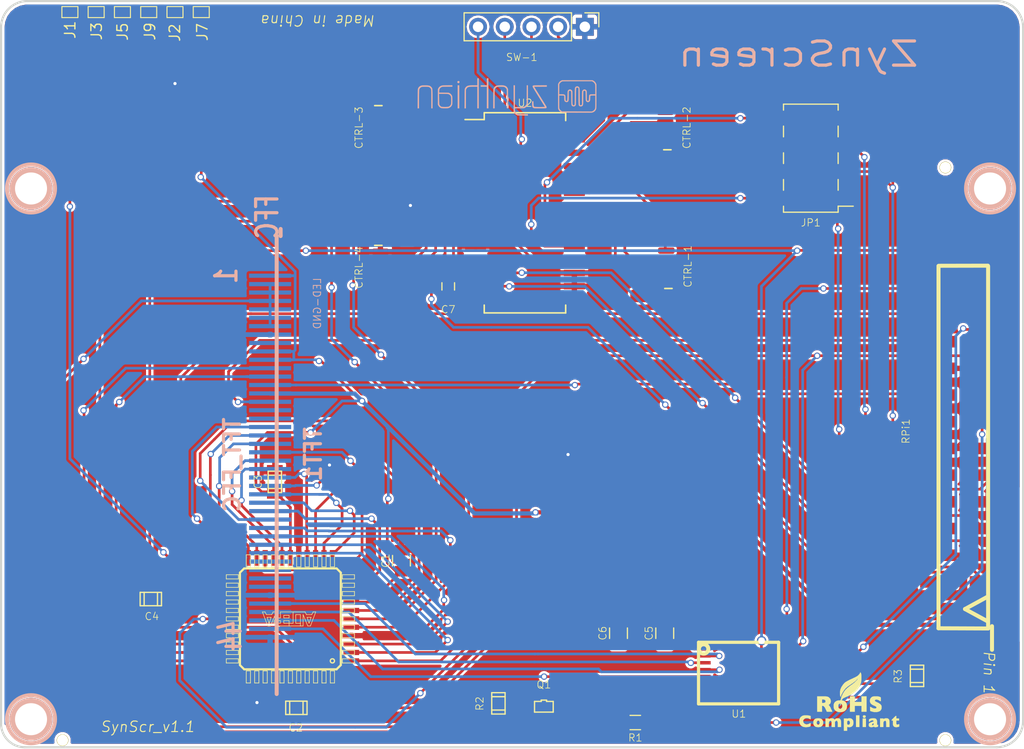
<source format=kicad_pcb>
(kicad_pcb (version 20171130) (host pcbnew "(5.0.0)")
  (layers (0 Front signal) (31 Back signal) (34 B.Paste user) (35 F.Paste user) (36 B.SilkS user) (37 F.SilkS user) (38 B.Mask user) (39 F.Mask user) (44 Edge.Cuts user))
  (net 0 "")
  (net 1 /BACKLIGHT)
  (net 2 /CE0)
  (net 3 /CE1)
  (net 4 /DB00)
  (net 5 /DB01)
  (net 6 /DB02)
  (net 7 /DB03)
  (net 8 /DB04)
  (net 9 /DB05)
  (net 10 /DB06)
  (net 11 /DB07)
  (net 12 /DB08)
  (net 13 /DB09)
  (net 14 /DB10)
  (net 15 /DB11)
  (net 16 /DB12)
  (net 17 /DB13)
  (net 18 /DB14)
  (net 19 /DB15)
  (net 20 /RESET)
  (net 21 /RS)
  (net 22 /SCL)
  (net 23 /SDA)
  (net 24 /TCK)
  (net 25 /TDI)
  (net 26 /TDO)
  (net 27 /TMS)
  (net 28 /XL)
  (net 29 /XR)
  (net 30 /YD)
  (net 31 /YU)
  (net 32 +3V3)
  (net 33 GND)
  (net 34 +5V)
  (net 35 /CLK)
  (net 36 /MOSI)
  (net 37 "Net-(IC1-Pad31)")
  (net 38 "Net-(IC1-Pad33)")
  (net 39 "Net-(IC1-Pad34)")
  (net 40 "Net-(IC1-Pad35)")
  (net 41 "Net-(IC1-Pad37)")
  (net 42 "Net-(IC1-Pad38)")
  (net 43 "Net-(IC1-Pad39)")
  (net 44 "Net-(IC1-Pad40)")
  (net 45 "Net-(IC1-Pad42)")
  (net 46 "Net-(IC1-Pad43)")
  (net 47 "Net-(IC1-Pad44)")
  (net 48 INTA-2)
  (net 49 INTA-1)
  (net 50 INTB-1)
  (net 51 "Net-(Q1-Pad1)")
  (net 52 "Net-(Q1-Pad3)")
  (net 53 "Net-(R2-Pad2)")
  (net 54 "Net-(RPi1-Pad8)")
  (net 55 "Net-(RPi1-Pad10)")
  (net 56 "Net-(RPi1-Pad13)")
  (net 57 "Net-(RPi1-Pad16)")
  (net 58 "Net-(RPi1-Pad17)")
  (net 59 /MISO)
  (net 60 "Net-(TFT1-Pad9)")
  (net 61 "Net-(TFT1-Pad17)")
  (net 62 "Net-(TFT1-Pad18)")
  (net 63 "Net-(TFT1-Pad35)")
  (net 64 "Net-(TFT1-Pad36)")
  (net 65 "Net-(TFT1-Pad37)")
  (net 66 "Net-(TFT1-Pad38)")
  (net 67 "Net-(U1-Pad13)")
  (net 68 INTA)
  (net 69 INTB)
  (net 70 "Net-(SW-1-Pad5)")
  (net 71 "Net-(SW-1-Pad4)")
  (net 72 "Net-(SW-1-Pad3)")
  (net 73 "Net-(SW-1-Pad2)")
  (net 74 "Net-(CTRL-2-Pad2)")
  (net 75 "Net-(CTRL-1-Pad4)")
  (net 76 "Net-(CTRL-1-Pad3)")
  (net 77 "Net-(CTRL-1-Pad2)")
  (net 78 "Net-(CTRL-4-Pad4)")
  (net 79 "Net-(CTRL-4-Pad3)")
  (net 80 "Net-(CTRL-4-Pad2)")
  (net 81 "Net-(CTRL-3-Pad4)")
  (net 82 "Net-(CTRL-3-Pad3)")
  (net 83 "Net-(CTRL-3-Pad2)")
  (net 84 "Net-(CTRL-2-Pad4)")
  (net 85 "Net-(CTRL-2-Pad3)")
  (module Marks:Via-0.6mm (layer Front) (at 77.7 51.2)
    (fp_text reference "" hide)
    (fp_text value "" hide)
    (pad 1 thru_hole circle (at 0 0) (size 0.6 0.6) (drill 0.3) (layers *.Cu) (net 33 GND))
  )
  (module Marks:Via-0.6mm (layer Front) (at 85.5 110.1)
    (fp_text reference "" hide)
    (fp_text value "" hide)
    (pad 1 thru_hole circle (at 0 0) (size 0.6 0.6) (drill 0.3) (layers *.Cu) (net 33 GND))
  )
  (module Marks:Via-0.6mm (layer Front) (at 115.1 86.5)
    (fp_text reference "" hide)
    (fp_text value "" hide)
    (pad 1 thru_hole circle (at 0 0) (size 0.6 0.6) (drill 0.3) (layers *.Cu) (net 33 GND))
  )
  (module Marks:Via-0.6mm (layer Front) (at 92.4 87.5)
    (fp_text reference "" hide)
    (fp_text value "" hide)
    (pad 1 thru_hole circle (at 0 0) (size 0.6 0.6) (drill 0.3) (layers *.Cu) (net 33 GND))
  )
  (module w_smd_cap:c_0805 (layer Front) (at 89.25 110.6)
    (fp_text reference C2 (at -0.05 1.9) (layer F.SilkS) (effects (font (size 0.7 0.7) (thickness 0.07))))
    (fp_text value 100nF hide)
    (pad 1 smd rect (at 0.9525 0) (size 1.30048 1.4986) (layers Front F.Paste F.Mask) (net 32 +3V3))
    (pad 2 smd rect (at -0.9525 0) (size 1.30048 1.4986) (layers Front F.Paste F.Mask) (net 33 GND))
  )
  (module SOT323 (layer Front) (at 112.8 110.5 180)
    (fp_text reference Q1 (at 0 2.1 180) (layer F.SilkS) (effects (font (size 0.7 0.7) (thickness 0.07))))
    (fp_text value Q_NPN_BEC hide)
    (pad 2 smd rect (at -0.65024 -0.94996 180) (size 0.59944 1.00076) (layers Front F.Paste F.Mask) (net 33 GND))
    (pad 1 smd rect (at 0.65024 -0.94996 180) (size 0.59944 1.00076) (layers Front F.Paste F.Mask) (net 51 "Net-(Q1-Pad1)"))
    (pad 3 smd rect (at 0 0.94996 180) (size 0.59944 1.00076) (layers Front F.Paste F.Mask) (net 52 "Net-(Q1-Pad3)"))
  )
  (module TSSOP-16 (layer Front) (at 131.05 107.3 270)
    (fp_text reference U1 (at 3.875 -0.3) (layer F.SilkS) (effects (font (size 0.7 0.7) (thickness 0.07))))
    (fp_text value XPT2046 hide)
    (pad 1 smd rect (at -2.3 2.9 270) (size 0.3302 1.0414) (layers Front F.Paste F.Mask) (net 32 +3V3))
    (pad 2 smd rect (at -1.64468 2.9 270) (size 0.3302 1.0414) (layers Front F.Paste F.Mask) (net 28 /XL))
    (pad 3 smd rect (at -0.98936 2.9 270) (size 0.3302 1.0414) (layers Front F.Paste F.Mask) (net 30 /YD))
    (pad 4 smd rect (at -0.33404 2.9 270) (size 0.3302 1.0414) (layers Front F.Paste F.Mask) (net 29 /XR))
    (pad 5 smd rect (at 0.32128 2.9 270) (size 0.3302 1.0414) (layers Front F.Paste F.Mask) (net 31 /YU))
    (pad 6 smd rect (at 0.9766 2.9 270) (size 0.3302 1.0414) (layers Front F.Paste F.Mask) (net 33 GND))
    (pad 7 smd rect (at 1.63192 2.9 270) (size 0.3302 1.0414) (layers Front F.Paste F.Mask) (net 33 GND))
    (pad 8 smd rect (at 2.28724 2.9 270) (size 0.3302 1.0414) (layers Front F.Paste F.Mask) (net 33 GND))
    (pad 9 smd rect (at 2.28724 -3.2468 90) (size 0.3302 1.0414) (layers Front F.Paste F.Mask) (net 32 +3V3))
    (pad 10 smd rect (at 1.63192 -3.2468 90) (size 0.3302 1.0414) (layers Front F.Paste F.Mask) (net 32 +3V3))
    (pad 11 smd rect (at 0.9766 -3.2468 90) (size 0.3302 1.0414) (layers Front F.Paste F.Mask) (net 49 INTA-1))
    (pad 12 smd rect (at 0.32128 -3.2468 90) (size 0.3302 1.0414) (layers Front F.Paste F.Mask) (net 59 /MISO))
    (pad 13 smd rect (at -0.33404 -3.2468 90) (size 0.3302 1.0414) (layers Front F.Paste F.Mask) (net 67 "Net-(U1-Pad13)"))
    (pad 14 smd rect (at -0.98936 -3.2468 90) (size 0.3302 1.0414) (layers Front F.Paste F.Mask) (net 36 /MOSI))
    (pad 15 smd rect (at -1.64468 -3.2468 90) (size 0.3302 1.0414) (layers Front F.Paste F.Mask) (net 3 /CE1))
    (pad 16 smd rect (at -2.3 -3.2468 90) (size 0.3302 1.0414) (layers Front F.Paste F.Mask) (net 35 /CLK))
  )
  (module w_smd_cap:c_0805 (layer Front) (at 148.304 107.559 90)
    (fp_text reference R3 (at -0.041 -1.804 90) (layer F.SilkS) (effects (font (size 0.7 0.7) (thickness 0.07))))
    (fp_text value 100K hide)
    (pad 1 smd rect (at 0.9525 0 90) (size 1.30048 1.4986) (layers Front F.Paste F.Mask) (net 49 INTA-1))
    (pad 2 smd rect (at -0.9525 0 90) (size 1.30048 1.4986) (layers Front F.Paste F.Mask) (net 32 +3V3))
  )
  (module w_smd_cap:c_0805 (layer Front) (at 108.475 110.175 270)
    (fp_text reference R2 (at 0.025 1.775 270) (layer F.SilkS) (effects (font (size 0.7 0.7) (thickness 0.07))))
    (fp_text value 4.7 hide)
    (pad 1 smd rect (at 0.9525 0 270) (size 1.30048 1.4986) (layers Front F.Paste F.Mask) (net 52 "Net-(Q1-Pad3)"))
    (pad 2 smd rect (at -0.9525 0 270) (size 1.30048 1.4986) (layers Front F.Paste F.Mask) (net 53 "Net-(R2-Pad2)"))
  )
  (module w_smd_cap:c_0805 (layer Front) (at 75.4 100.25 180)
    (fp_text reference C4 (at -0.1 -1.65 180) (layer F.SilkS) (effects (font (size 0.7 0.7) (thickness 0.07))))
    (fp_text value 100nF hide)
    (pad 1 smd rect (at 0.9525 0 180) (size 1 1.4986) (layers Front F.Paste F.Mask) (net 32 +3V3))
    (pad 2 smd rect (at -0.9525 0 180) (size 1 1.4986) (layers Front F.Paste F.Mask) (net 33 GND))
  )
  (module w_smd_cap:c_0805 (layer Front) (at 87.2 89.1 270)
    (fp_text reference C3 (at 0 1.6 270) (layer F.SilkS) (effects (font (size 0.7 0.7) (thickness 0.07))))
    (fp_text value 100nF hide)
    (pad 1 smd rect (at 0.9525 0 270) (size 1.30048 1.4986) (layers Front F.Paste F.Mask) (net 32 +3V3))
    (pad 2 smd rect (at -0.9525 0 270) (size 1.30048 1.4986) (layers Front F.Paste F.Mask) (net 33 GND))
  )
  (module JTAG-1PAD (layer Front) (at 70.2 44.4 90)
    (fp_text reference J3 (at -1.82 0.04 90) (layer F.SilkS) (effects (font (thickness 0.127))))
    (fp_text value Conn_01x01 hide)
    (pad 1 smd rect (at 0 0 90) (size 0.889 1.397) (layers Front F.Mask) (net 26 /TDO))
  )
  (module JTAG-1PAD (layer Front) (at 67.7 44.4 90)
    (fp_text reference J1 (at -1.69 0.02 90) (layer F.SilkS) (effects (font (thickness 0.127))))
    (fp_text value Conn_01x01 hide)
    (pad 1 smd rect (at 0 0 90) (size 0.889 1.397) (layers Front F.Mask) (net 24 /TCK))
  )
  (module header-SMD-26pin (layer Front) (at 152.71 86.12 90)
    (fp_text reference RPi1 (at 1.83 -5.46 90) (layer F.SilkS) (effects (font (size 0.7 0.7) (thickness 0.07))))
    (fp_text value RASPBERRY_IO hide)
    (pad 1 smd rect (at -15.04 2.36 90) (size 1.28016 3.5) (layers Front F.Paste F.Mask) (net 32 +3V3))
    (pad 2 smd rect (at -15.04 -2.36 90) (size 1.1 3.5) (layers Front F.Paste F.Mask) (net 34 +5V))
    (pad 3 smd rect (at -12.5 2.36 90) (size 1.1 3.5) (layers Front F.Paste F.Mask) (net 23 /SDA))
    (pad 4 smd rect (at -12.5 -2.36 90) (size 1.1 3.5) (layers Front F.Paste F.Mask) (net 34 +5V))
    (pad 5 smd rect (at -9.96 2.36 90) (size 1.1 3.5) (layers Front F.Paste F.Mask) (net 22 /SCL))
    (pad 6 smd rect (at -9.96 -2.36 90) (size 1.1 3.5) (layers Front F.Paste F.Mask) (net 33 GND))
    (pad 7 smd rect (at -7.42 2.36 90) (size 1.1 3.5) (layers Front F.Paste F.Mask) (net 50 INTB-1))
    (pad 8 smd rect (at -7.42 -2.36 90) (size 1.1 3.5) (layers Front F.Paste F.Mask) (net 54 "Net-(RPi1-Pad8)"))
    (pad 9 smd rect (at -4.88 2.36 90) (size 1.1 3.5) (layers Front F.Paste F.Mask) (net 33 GND))
    (pad 10 smd rect (at -4.88 -2.36 90) (size 1.1 3.5) (layers Front F.Paste F.Mask) (net 55 "Net-(RPi1-Pad10)"))
    (pad 11 smd rect (at -2.34 2.36 90) (size 1.1 3.5) (layers Front F.Paste F.Mask) (net 49 INTA-1))
    (pad 12 smd rect (at -2.34 -2.36 90) (size 1.1 3.5) (layers Front F.Paste F.Mask) (net 48 INTA-2))
    (pad 13 smd rect (at 0.2 2.36 90) (size 1.1 3.5) (layers Front F.Paste F.Mask) (net 56 "Net-(RPi1-Pad13)"))
    (pad 14 smd rect (at 0.2 -2.36 90) (size 1.1 3.5) (layers Front F.Paste F.Mask) (net 33 GND))
    (pad 15 smd rect (at 2.74 2.36 90) (size 1.1 3.5) (layers Front F.Paste F.Mask) (net 1 /BACKLIGHT))
    (pad 16 smd rect (at 2.74 -2.36 90) (size 1.1 3.5) (layers Front F.Paste F.Mask) (net 57 "Net-(RPi1-Pad16)"))
    (pad 17 smd rect (at 5.28 2.36 90) (size 1.1 3.5) (layers Front F.Paste F.Mask) (net 58 "Net-(RPi1-Pad17)"))
    (pad 18 smd rect (at 5.28 -2.36 90) (size 1.1 3.5) (layers Front F.Paste F.Mask) (net 21 /RS))
    (pad 19 smd rect (at 7.82 2.36 90) (size 1.1 3.5) (layers Front F.Paste F.Mask) (net 36 /MOSI))
    (pad 20 smd rect (at 7.82 -2.36 90) (size 1.1 3.5) (layers Front F.Paste F.Mask) (net 33 GND))
    (pad 21 smd rect (at 10.36 2.36 90) (size 1.1 3.5) (layers Front F.Paste F.Mask) (net 59 /MISO))
    (pad 22 smd rect (at 10.36 -2.36 90) (size 1.1 3.5) (layers Front F.Paste F.Mask) (net 20 /RESET))
    (pad 23 smd rect (at 12.9 2.36 90) (size 1.1 3.5) (layers Front F.Paste F.Mask) (net 35 /CLK))
    (pad 24 smd rect (at 12.9 -2.36 90) (size 1.1 3.5) (layers Front F.Paste F.Mask) (net 2 /CE0))
    (pad 25 smd rect (at 15.44 2.36 90) (size 1.1 3.5) (layers Front F.Paste F.Mask) (net 33 GND))
    (pad 26 smd rect (at 15.44 -2.36 90) (size 1.1 3.5) (layers Front F.Paste F.Mask) (net 3 /CE1))
  )
  (module FFC_TFT (layer Back) (at 86.752 86.584 270)
    (fp_text reference TFT1 (at -0.09906 -4.09956 270) (layer B.SilkS) (effects (font (size 1.524 1.524) (thickness 0.3048)) (justify mirror)))
    (fp_text value TFT_FFC (at 0.89916 3.59918 270) (layer B.SilkS) (effects (font (size 1.524 1.524) (thickness 0.3048)) (justify mirror)))
    (pad 1 smd rect (at -17.09928 0 270) (size 0.39878 4.0005) (layers Back B.Paste B.Mask) (net 32 +3V3))
    (pad 2 smd rect (at -16.29918 0 270) (size 0.39878 4.0005) (layers Back B.Paste B.Mask) (net 53 "Net-(R2-Pad2)"))
    (pad 3 smd rect (at -15.49908 0 270) (size 0.39878 4.0005) (layers Back B.Paste B.Mask) (net 53 "Net-(R2-Pad2)"))
    (pad 4 smd rect (at -14.69898 0 270) (size 0.39878 4.0005) (layers Back B.Paste B.Mask) (net 53 "Net-(R2-Pad2)"))
    (pad 5 smd rect (at -13.89888 0 270) (size 0.39878 4.0005) (layers Back B.Paste B.Mask) (net 53 "Net-(R2-Pad2)"))
    (pad 6 smd rect (at -13.09878 0 270) (size 0.39878 4.0005) (layers Back B.Paste B.Mask) (net 53 "Net-(R2-Pad2)"))
    (pad 7 smd rect (at -12.29868 0 270) (size 0.39878 4.0005) (layers Back B.Paste B.Mask) (net 53 "Net-(R2-Pad2)"))
    (pad 8 smd rect (at -11.49858 0 270) (size 0.39878 4.0005) (layers Back B.Paste B.Mask) (net 33 GND))
    (pad 9 smd rect (at -10.69848 0 270) (size 0.39878 4.0005) (layers Back B.Paste B.Mask) (net 60 "Net-(TFT1-Pad9)"))
    (pad 10 smd rect (at -9.89838 0 270) (size 0.39878 4.0005) (layers Back B.Paste B.Mask) (net 32 +3V3))
    (pad 11 smd rect (at -9.09828 0 270) (size 0.39878 4.0005) (layers Back B.Paste B.Mask) (net 32 +3V3))
    (pad 12 smd rect (at -8.29818 0 270) (size 0.39878 4.0005) (layers Back B.Paste B.Mask) (net 38 "Net-(IC1-Pad33)"))
    (pad 13 smd rect (at -7.49808 0 270) (size 0.39878 4.0005) (layers Back B.Paste B.Mask) (net 37 "Net-(IC1-Pad31)"))
    (pad 14 smd rect (at -6.70052 0 270) (size 0.39878 4.0005) (layers Back B.Paste B.Mask) (net 21 /RS))
    (pad 15 smd rect (at -5.90042 0 270) (size 0.39878 4.0005) (layers Back B.Paste B.Mask) (net 32 +3V3))
    (pad 16 smd rect (at -5.10032 0 270) (size 0.39878 4.0005) (layers Back B.Paste B.Mask) (net 20 /RESET))
    (pad 17 smd rect (at -4.30022 0 270) (size 0.39878 4.0005) (layers Back B.Paste B.Mask) (net 61 "Net-(TFT1-Pad17)"))
    (pad 18 smd rect (at -3.50012 0 270) (size 0.39878 4.0005) (layers Back B.Paste B.Mask) (net 62 "Net-(TFT1-Pad18)"))
    (pad 19 smd rect (at -2.70002 0 270) (size 0.39878 4.0005) (layers Back B.Paste B.Mask) (net 19 /DB15))
    (pad 20 smd rect (at -1.89992 0 270) (size 0.39878 4.0005) (layers Back B.Paste B.Mask) (net 18 /DB14))
    (pad 21 smd rect (at -1.09982 0 270) (size 0.39878 4.0005) (layers Back B.Paste B.Mask) (net 17 /DB13))
    (pad 22 smd rect (at -0.29972 0 270) (size 0.39878 4.0005) (layers Back B.Paste B.Mask) (net 16 /DB12))
    (pad 23 smd rect (at 0.50038 0 270) (size 0.39878 4.0005) (layers Back B.Paste B.Mask) (net 15 /DB11))
    (pad 24 smd rect (at 1.30048 0 270) (size 0.39878 4.0005) (layers Back B.Paste B.Mask) (net 14 /DB10))
    (pad 25 smd rect (at 2.10058 0 270) (size 0.39878 4.0005) (layers Back B.Paste B.Mask) (net 13 /DB09))
    (pad 26 smd rect (at 2.90068 0 270) (size 0.39878 4.0005) (layers Back B.Paste B.Mask) (net 12 /DB08))
    (pad 27 smd rect (at 3.70078 0 270) (size 0.39878 4.0005) (layers Back B.Paste B.Mask) (net 11 /DB07))
    (pad 28 smd rect (at 4.50088 0 270) (size 0.39878 4.0005) (layers Back B.Paste B.Mask) (net 10 /DB06))
    (pad 29 smd rect (at 5.30098 0 270) (size 0.39878 4.0005) (layers Back B.Paste B.Mask) (net 9 /DB05))
    (pad 30 smd rect (at 6.10108 0 270) (size 0.39878 4.0005) (layers Back B.Paste B.Mask) (net 8 /DB04))
    (pad 31 smd rect (at 6.90118 0 270) (size 0.39878 4.0005) (layers Back B.Paste B.Mask) (net 7 /DB03))
    (pad 32 smd rect (at 7.70128 0 270) (size 0.39878 4.0005) (layers Back B.Paste B.Mask) (net 6 /DB02))
    (pad 33 smd rect (at 8.50138 0 270) (size 0.39878 4.0005) (layers Back B.Paste B.Mask) (net 5 /DB01))
    (pad 34 smd rect (at 9.30148 0 270) (size 0.39878 4.0005) (layers Back B.Paste B.Mask) (net 4 /DB00))
    (pad 35 smd rect (at 10.10158 0 270) (size 0.39878 4.0005) (layers Back B.Paste B.Mask) (net 63 "Net-(TFT1-Pad35)"))
    (pad 36 smd rect (at 10.90168 0 270) (size 0.39878 4.0005) (layers Back B.Paste B.Mask) (net 64 "Net-(TFT1-Pad36)"))
    (pad 37 smd rect (at 11.70178 0 270) (size 0.39878 4.0005) (layers Back B.Paste B.Mask) (net 65 "Net-(TFT1-Pad37)"))
    (pad 38 smd rect (at 12.50188 0 270) (size 0.39878 4.0005) (layers Back B.Paste B.Mask) (net 66 "Net-(TFT1-Pad38)"))
    (pad 39 smd rect (at 13.30198 0 270) (size 0.39878 4.0005) (layers Back B.Paste B.Mask) (net 33 GND))
    (pad 40 smd rect (at 14.09954 0 270) (size 0.39878 4.0005) (layers Back B.Paste B.Mask) (net 28 /XL))
    (pad 41 smd rect (at 14.89964 0 270) (size 0.39878 4.0005) (layers Back B.Paste B.Mask) (net 30 /YD))
    (pad 42 smd rect (at 15.69974 0 270) (size 0.39878 4.0005) (layers Back B.Paste B.Mask) (net 29 /XR))
    (pad 43 smd rect (at 16.49984 0 270) (size 0.39878 4.0005) (layers Back B.Paste B.Mask) (net 31 /YU))
    (pad 44 smd rect (at 17.29994 0 270) (size 0.39878 4.0005) (layers Back B.Paste B.Mask) (net 33 GND))
  )
  (module 1pin (layer Front) (at 151.004 113.686)
    (fp_text reference 1mm_tft-2 hide)
    (fp_text value P*** hide)
    (pad 1 thru_hole circle (at 0 0) (size 1.09982 1.09982) (drill 1.00076) (layers *.Cu *.Mask F.SilkS))
  )
  (module 1pin (layer Front) (at 67.0014 113.686)
    (fp_text reference 1mm_tft-1 hide)
    (fp_text value P*** hide)
    (pad 1 thru_hole circle (at 0 0) (size 1.09982 1.09982) (drill 1.00076) (layers *.Cu *.Mask F.SilkS))
  )
  (module 1pin (layer Back) (at 155.254 61.184)
    (fp_text reference Mount4 hide)
    (fp_text value P*** hide)
    (pad 1 thru_hole circle (at 0 0) (size 4.064 4.064) (drill 3.048) (layers *.Cu *.Mask B.SilkS))
  )
  (module 1pin (layer Back) (at 155.254 111.684)
    (fp_text reference Mount3 hide)
    (fp_text value P*** hide)
    (pad 1 thru_hole circle (at 0 0) (size 4.064 4.064) (drill 3.048) (layers *.Cu *.Mask B.SilkS))
  )
  (module 1pin (layer Back) (at 64.0016 61.184)
    (fp_text reference Mount2 hide)
    (fp_text value P*** hide)
    (pad 1 thru_hole circle (at 0 0) (size 4.064 4.064) (drill 3.048) (layers *.Cu *.Mask B.SilkS))
  )
  (module 1pin (layer Back) (at 64.0016 111.682)
    (fp_text reference Mount1 hide)
    (fp_text value P*** hide)
    (pad 1 thru_hole circle (at 0 0) (size 4.064 4.064) (drill 3.048) (layers *.Cu *.Mask B.SilkS))
  )
  (module 1pin (layer Front) (at 151.004 59.185)
    (fp_text reference 1mm_tft-3 hide)
    (fp_text value P*** hide)
    (pad 1 thru_hole circle (at 0 0) (size 1.09982 1.09982) (drill 1.00076) (layers *.Cu *.Mask F.SilkS))
  )
  (module altera-TQFP44 (layer Front) (at 88.68 102.135 180)
    (fp_text reference IC1 hide)
    (fp_text value EPM3032A hide)
    (pad 1 smd rect (at -5.79882 -3.99796 180) (size 1.4986 0.49784) (layers Front F.Paste F.Mask) (net 25 /TDI))
    (pad 2 smd rect (at -5.79882 -3.19786 180) (size 1.4986 0.49784) (layers Front F.Paste F.Mask) (net 4 /DB00))
    (pad 3 smd rect (at -5.79882 -2.39776 180) (size 1.4986 0.49784) (layers Front F.Paste F.Mask) (net 5 /DB01))
    (pad 4 smd rect (at -5.79882 -1.59766 180) (size 1.4986 0.49784) (layers Front F.Paste F.Mask) (net 33 GND))
    (pad 5 smd rect (at -5.79882 -0.79756 180) (size 1.4986 0.49784) (layers Front F.Paste F.Mask) (net 6 /DB02))
    (pad 6 smd rect (at -5.79882 0 180) (size 1.4986 0.49784) (layers Front F.Paste F.Mask) (net 7 /DB03))
    (pad 7 smd rect (at -5.79882 0.79756 180) (size 1.4986 0.49784) (layers Front F.Paste F.Mask) (net 27 /TMS))
    (pad 8 smd rect (at -5.79882 1.59766 180) (size 1.4986 0.49784) (layers Front F.Paste F.Mask) (net 8 /DB04))
    (pad 9 smd rect (at -5.79882 2.39776 180) (size 1.4986 0.49784) (layers Front F.Paste F.Mask) (net 32 +3V3))
    (pad 10 smd rect (at -5.79882 3.19786 180) (size 1.4986 0.49784) (layers Front F.Paste F.Mask) (net 9 /DB05))
    (pad 11 smd rect (at -5.79882 3.99796 180) (size 1.4986 0.49784) (layers Front F.Paste F.Mask) (net 33 GND))
    (pad 12 smd rect (at -3.99796 5.79882 180) (size 0.49784 1.4986) (layers Front F.Paste F.Mask) (net 10 /DB06))
    (pad 13 smd rect (at -3.19786 5.79882 180) (size 0.49784 1.4986) (layers Front F.Paste F.Mask) (net 11 /DB07))
    (pad 14 smd rect (at -2.39776 5.79882 180) (size 0.49784 1.4986) (layers Front F.Paste F.Mask) (net 12 /DB08))
    (pad 15 smd rect (at -1.59766 5.79882 180) (size 0.49784 1.4986) (layers Front F.Paste F.Mask) (net 13 /DB09))
    (pad 16 smd rect (at -0.79756 5.79882 180) (size 0.49784 1.4986) (layers Front F.Paste F.Mask) (net 33 GND))
    (pad 17 smd rect (at 0 5.79882 180) (size 0.49784 1.4986) (layers Front F.Paste F.Mask) (net 32 +3V3))
    (pad 18 smd rect (at 0.79756 5.79882 180) (size 0.49784 1.4986) (layers Front F.Paste F.Mask) (net 14 /DB10))
    (pad 19 smd rect (at 1.59766 5.79882 180) (size 0.49784 1.4986) (layers Front F.Paste F.Mask) (net 15 /DB11))
    (pad 20 smd rect (at 2.39776 5.79882 180) (size 0.49784 1.4986) (layers Front F.Paste F.Mask) (net 16 /DB12))
    (pad 21 smd rect (at 3.19786 5.79882 180) (size 0.49784 1.4986) (layers Front F.Paste F.Mask) (net 17 /DB13))
    (pad 22 smd rect (at 3.99796 5.79882 180) (size 0.49784 1.4986) (layers Front F.Paste F.Mask) (net 18 /DB14))
    (pad 23 smd rect (at 5.79882 3.99796 180) (size 1.4986 0.49784) (layers Front F.Paste F.Mask) (net 19 /DB15))
    (pad 24 smd rect (at 5.79882 3.19786 180) (size 1.4986 0.49784) (layers Front F.Paste F.Mask) (net 33 GND))
    (pad 25 smd rect (at 5.79882 2.39776 180) (size 1.4986 0.49784) (layers Front F.Paste F.Mask) (net 2 /CE0))
    (pad 26 smd rect (at 5.79882 1.59766 180) (size 1.4986 0.49784) (layers Front F.Paste F.Mask) (net 24 /TCK))
    (pad 27 smd rect (at 5.79882 0.79756 180) (size 1.4986 0.49784) (layers Front F.Paste F.Mask) (net 35 /CLK))
    (pad 28 smd rect (at 5.79882 0 180) (size 1.4986 0.49784) (layers Front F.Paste F.Mask) (net 36 /MOSI))
    (pad 29 smd rect (at 5.79882 -0.79756 180) (size 1.4986 0.49784) (layers Front F.Paste F.Mask) (net 32 +3V3))
    (pad 30 smd rect (at 5.79882 -1.59766 180) (size 1.4986 0.49784) (layers Front F.Paste F.Mask) (net 33 GND))
    (pad 31 smd rect (at 5.79882 -2.39776 180) (size 1.4986 0.49784) (layers Front F.Paste F.Mask) (net 37 "Net-(IC1-Pad31)"))
    (pad 32 smd rect (at 5.79882 -3.19786 180) (size 1.4986 0.49784) (layers Front F.Paste F.Mask) (net 26 /TDO))
    (pad 33 smd rect (at 5.79882 -3.99796 180) (size 1.4986 0.49784) (layers Front F.Paste F.Mask) (net 38 "Net-(IC1-Pad33)"))
    (pad 34 smd rect (at 3.99796 -5.79882 180) (size 0.49784 1.4986) (layers Front F.Paste F.Mask) (net 39 "Net-(IC1-Pad34)"))
    (pad 35 smd rect (at 3.19786 -5.79882 180) (size 0.49784 1.4986) (layers Front F.Paste F.Mask) (net 40 "Net-(IC1-Pad35)"))
    (pad 36 smd rect (at 2.39776 -5.79882 180) (size 0.49784 1.4986) (layers Front F.Paste F.Mask) (net 33 GND))
    (pad 37 smd rect (at 1.59766 -5.79882 180) (size 0.49784 1.4986) (layers Front F.Paste F.Mask) (net 41 "Net-(IC1-Pad37)"))
    (pad 38 smd rect (at 0.79756 -5.79882 180) (size 0.49784 1.4986) (layers Front F.Paste F.Mask) (net 42 "Net-(IC1-Pad38)"))
    (pad 39 smd rect (at 0 -5.79882 180) (size 0.49784 1.4986) (layers Front F.Paste F.Mask) (net 43 "Net-(IC1-Pad39)"))
    (pad 40 smd rect (at -0.79756 -5.79882 180) (size 0.49784 1.4986) (layers Front F.Paste F.Mask) (net 44 "Net-(IC1-Pad40)"))
    (pad 41 smd rect (at -1.59766 -5.79882 180) (size 0.49784 1.4986) (layers Front F.Paste F.Mask) (net 32 +3V3))
    (pad 42 smd rect (at -2.39776 -5.79882 180) (size 0.49784 1.4986) (layers Front F.Paste F.Mask) (net 45 "Net-(IC1-Pad42)"))
    (pad 43 smd rect (at -3.19786 -5.79882 180) (size 0.49784 1.4986) (layers Front F.Paste F.Mask) (net 46 "Net-(IC1-Pad43)"))
    (pad 44 smd rect (at -3.99796 -5.79882 180) (size 0.49784 1.4986) (layers Front F.Paste F.Mask) (net 47 "Net-(IC1-Pad44)"))
  )
  (module JTAG-1PAD (layer Front) (at 72.7 44.4 90)
    (fp_text reference J5 (at -1.87 0.01 90) (layer F.SilkS) (effects (font (thickness 0.127))))
    (fp_text value Conn_01x01 hide)
    (pad 1 smd rect (at 0 0 90) (size 0.889 1.397) (layers Front F.Mask) (net 27 /TMS))
  )
  (module JTAG-1PAD (layer Front) (at 75.2 44.4 90)
    (fp_text reference J9 (at -1.84 0.11 90) (layer F.SilkS) (effects (font (thickness 0.127))))
    (fp_text value Conn_01x01 hide)
    (pad 1 smd rect (at 0 0 90) (size 0.889 1.397) (layers Front F.Mask) (net 25 /TDI))
  )
  (module JTAG-1PAD (layer Front) (at 77.7 44.4 90)
    (fp_text reference J2 (at -1.96 -0.02 90) (layer F.SilkS) (effects (font (thickness 0.127))))
    (fp_text value Conn_01x01 hide)
    (pad 1 smd rect (at 0 0 90) (size 0.889 1.397) (layers Front F.Mask) (net 33 GND))
  )
  (module JTAG-1PAD (layer Front) (at 80.2 44.4 90)
    (fp_text reference J7 (at -1.9 0.1 90) (layer F.SilkS) (effects (font (thickness 0.127))))
    (fp_text value Conn_01x01 hide)
    (pad 1 smd rect (at 0 0 90) (size 0.889 1.397) (layers Front F.Mask) (net 32 +3V3))
  )
  (module Logo_copper_ROHS_10x5.6mm (layer Front) (at 141.92 110.01)
    (fp_text reference G222 hide)
    (fp_text value LOGO hide)
  )
  (module Capacitors_SMD:C_0603 (layer Front) (at 103.7 70.5 270)
    (fp_text reference C7 (at 2.2 0) (layer F.SilkS) (effects (font (size 0.7 0.7) (thickness 0.07))))
    (fp_text value 100nF)
    (pad 1 smd rect (at -0.75 0 270) (size 0.8 0.75) (layers Front F.Paste F.Mask) (net 34 +5V))
    (pad 2 smd rect (at 0.75 0 270) (size 0.8 0.75) (layers Front F.Paste F.Mask) (net 33 GND))
  )
  (module Pin_Headers:Pin_Header_Straight_1x05_Pitch2.54mm (layer Front) (at 116.7 45.8 270)
    (fp_text reference SW-1 (at 2.9 6) (layer F.SilkS) (effects (font (size 0.7 0.7) (thickness 0.07))))
    (fp_text value Conn_01x05)
    (pad 5 thru_hole oval (at 0 10.16 270) (size 1.7 1.7) (drill 1) (layers *.Cu *.Mask) (net 70 "Net-(SW-1-Pad5)"))
    (pad 4 thru_hole oval (at 0 7.62 270) (size 1.7 1.7) (drill 1) (layers *.Cu *.Mask) (net 71 "Net-(SW-1-Pad4)"))
    (pad 3 thru_hole oval (at 0 5.08 270) (size 1.7 1.7) (drill 1) (layers *.Cu *.Mask) (net 72 "Net-(SW-1-Pad3)"))
    (pad 2 thru_hole oval (at 0 2.54 270) (size 1.7 1.7) (drill 1) (layers *.Cu *.Mask) (net 73 "Net-(SW-1-Pad2)"))
    (pad 1 thru_hole rect (at 0 0 270) (size 1.7 1.7) (drill 1) (layers *.Cu *.Mask) (net 33 GND))
  )
  (module Resistors_SMD:R_0603 (layer Front) (at 121.5 112 180)
    (fp_text reference R1 (at 0 -1.45 180) (layer F.SilkS) (effects (font (size 0.7 0.7) (thickness 0.07))))
    (fp_text value 1K)
    (pad 2 smd rect (at 0.75 0 180) (size 0.5 0.9) (layers Front F.Paste F.Mask) (net 51 "Net-(Q1-Pad1)"))
    (pad 1 smd rect (at -0.75 0 180) (size 0.5 0.9) (layers Front F.Paste F.Mask) (net 1 /BACKLIGHT))
  )
  (module Capacitors_SMD:C_0805 (layer Front) (at 99.25 96.6 90)
    (fp_text reference C1 (at 0 -1.5 90) (layer F.SilkS) (effects (font (size 0.7 0.7) (thickness 0.07))))
    (fp_text value 100nF)
    (pad 2 smd rect (at 1 0 90) (size 1 1.25) (layers Front F.Paste F.Mask) (net 33 GND))
    (pad 1 smd rect (at -1 0 90) (size 1 1.25) (layers Front F.Paste F.Mask) (net 32 +3V3))
  )
  (module Capacitors_SMD:C_0805 (layer Front) (at 124.3 103.5 90)
    (fp_text reference C5 (at 0 -1.5 90) (layer F.SilkS) (effects (font (size 0.7 0.7) (thickness 0.07))))
    (fp_text value 100nF)
    (pad 2 smd rect (at 1 0 90) (size 1 1.25) (layers Front F.Paste F.Mask) (net 33 GND))
    (pad 1 smd rect (at -1 0 90) (size 1 1.25) (layers Front F.Paste F.Mask) (net 32 +3V3))
  )
  (module Capacitors_SMD:C_0805 (layer Front) (at 119.9 103.5 90)
    (fp_text reference C6 (at 0 -1.5 90) (layer F.SilkS) (effects (font (size 0.7 0.7) (thickness 0.07))))
    (fp_text value 100nF)
    (pad 1 smd rect (at -1 0 90) (size 1 1.25) (layers Front F.Paste F.Mask) (net 32 +3V3))
    (pad 2 smd rect (at 1 0 90) (size 1 1.25) (layers Front F.Paste F.Mask) (net 33 GND))
  )
  (module Pin_Headers:Pin_Header_Straight_2x04_Pitch2.54mm_SMD (layer Front) (at 138.2 58.3 180)
    (fp_text reference JP1 (at 0 -6.14 180) (layer F.SilkS) (effects (font (size 0.7 0.7) (thickness 0.07))))
    (fp_text value Conn_02x04_Odd_Even)
    (pad 8 smd rect (at 2.525 3.81 180) (size 3.15 1) (layers Front F.Paste F.Mask) (net 68 INTA))
    (pad 7 smd rect (at -2.525 3.81 180) (size 3.15 1) (layers Front F.Paste F.Mask) (net 48 INTA-2))
    (pad 6 smd rect (at 2.525 1.27 180) (size 3.15 1) (layers Front F.Paste F.Mask) (net 68 INTA))
    (pad 5 smd rect (at -2.525 1.27 180) (size 3.15 1) (layers Front F.Paste F.Mask) (net 49 INTA-1))
    (pad 4 smd rect (at 2.525 -1.27 180) (size 3.15 1) (layers Front F.Paste F.Mask) (net 69 INTB))
    (pad 3 smd rect (at -2.525 -1.27 180) (size 3.15 1) (layers Front F.Paste F.Mask) (net 48 INTA-2))
    (pad 2 smd rect (at 2.525 -3.81 180) (size 3.15 1) (layers Front F.Paste F.Mask) (net 69 INTB))
    (pad 1 smd rect (at -2.525 -3.81 180) (size 3.15 1) (layers Front F.Paste F.Mask) (net 50 INTB-1))
  )
  (module Housings_SOIC:SOIC-28W_7.5x18.7mm_Pitch1.27mm (layer Front) (at 111 63.5)
    (fp_text reference U2 (at 0 -10.45) (layer F.SilkS) (effects (font (size 0.7 0.7) (thickness 0.07))))
    (fp_text value MCP23017)
    (pad 28 smd rect (at 4.7 -8.255) (size 2 0.6) (layers Front F.Paste F.Mask) (net 72 "Net-(SW-1-Pad3)"))
    (pad 27 smd rect (at 4.7 -6.985) (size 2 0.6) (layers Front F.Paste F.Mask) (net 73 "Net-(SW-1-Pad2)"))
    (pad 26 smd rect (at 4.7 -5.715) (size 2 0.6) (layers Front F.Paste F.Mask) (net 84 "Net-(CTRL-2-Pad4)"))
    (pad 25 smd rect (at 4.7 -4.445) (size 2 0.6) (layers Front F.Paste F.Mask) (net 85 "Net-(CTRL-2-Pad3)"))
    (pad 24 smd rect (at 4.7 -3.175) (size 2 0.6) (layers Front F.Paste F.Mask) (net 74 "Net-(CTRL-2-Pad2)"))
    (pad 23 smd rect (at 4.7 -1.905) (size 2 0.6) (layers Front F.Paste F.Mask) (net 75 "Net-(CTRL-1-Pad4)"))
    (pad 22 smd rect (at 4.7 -0.635) (size 2 0.6) (layers Front F.Paste F.Mask) (net 76 "Net-(CTRL-1-Pad3)"))
    (pad 21 smd rect (at 4.7 0.635) (size 2 0.6) (layers Front F.Paste F.Mask) (net 77 "Net-(CTRL-1-Pad2)"))
    (pad 20 smd rect (at 4.7 1.905) (size 2 0.6) (layers Front F.Paste F.Mask) (net 68 INTA))
    (pad 19 smd rect (at 4.7 3.175) (size 2 0.6) (layers Front F.Paste F.Mask) (net 69 INTB))
    (pad 18 smd rect (at 4.7 4.445) (size 2 0.6) (layers Front F.Paste F.Mask) (net 34 +5V))
    (pad 17 smd rect (at 4.7 5.715) (size 2 0.6) (layers Front F.Paste F.Mask) (net 33 GND))
    (pad 16 smd rect (at 4.7 6.985) (size 2 0.6) (layers Front F.Paste F.Mask) (net 33 GND))
    (pad 15 smd rect (at 4.7 8.255) (size 2 0.6) (layers Front F.Paste F.Mask) (net 33 GND))
    (pad 14 smd rect (at -4.7 8.255) (size 2 0.6) (layers Front F.Paste F.Mask))
    (pad 13 smd rect (at -4.7 6.985) (size 2 0.6) (layers Front F.Paste F.Mask) (net 23 /SDA))
    (pad 12 smd rect (at -4.7 5.715) (size 2 0.6) (layers Front F.Paste F.Mask) (net 22 /SCL))
    (pad 11 smd rect (at -4.7 4.445) (size 2 0.6) (layers Front F.Paste F.Mask))
    (pad 10 smd rect (at -4.7 3.175) (size 2 0.6) (layers Front F.Paste F.Mask) (net 33 GND))
    (pad 9 smd rect (at -4.7 1.905) (size 2 0.6) (layers Front F.Paste F.Mask) (net 34 +5V))
    (pad 8 smd rect (at -4.7 0.635) (size 2 0.6) (layers Front F.Paste F.Mask) (net 70 "Net-(SW-1-Pad5)"))
    (pad 7 smd rect (at -4.7 -0.635) (size 2 0.6) (layers Front F.Paste F.Mask) (net 71 "Net-(SW-1-Pad4)"))
    (pad 6 smd rect (at -4.7 -1.905) (size 2 0.6) (layers Front F.Paste F.Mask) (net 78 "Net-(CTRL-4-Pad4)"))
    (pad 5 smd rect (at -4.7 -3.175) (size 2 0.6) (layers Front F.Paste F.Mask) (net 79 "Net-(CTRL-4-Pad3)"))
    (pad 4 smd rect (at -4.7 -4.445) (size 2 0.6) (layers Front F.Paste F.Mask) (net 80 "Net-(CTRL-4-Pad2)"))
    (pad 3 smd rect (at -4.7 -5.715) (size 2 0.6) (layers Front F.Paste F.Mask) (net 81 "Net-(CTRL-3-Pad4)"))
    (pad 2 smd rect (at -4.7 -6.985) (size 2 0.6) (layers Front F.Paste F.Mask) (net 82 "Net-(CTRL-3-Pad3)"))
    (pad 1 smd rect (at -4.7 -8.255) (size 2 0.6) (layers Front F.Paste F.Mask) (net 83 "Net-(CTRL-3-Pad2)"))
  )
  (module Marks:Via-0.6mm (layer Front) (at 100.1 62.8)
    (fp_text reference "" hide)
    (fp_text value "" hide)
    (pad 1 thru_hole circle (at 0 0) (size 0.6 0.6) (drill 0.3) (layers *.Cu) (net 33 GND))
  )
  (module Marks:BM04B-SRSS-TB (layer Front) (at 124.1 68.6 90)
    (fp_text reference CTRL-1 (at 0 2.4 90) (layer F.SilkS) (effects (font (size 0.7 0.7) (thickness 0.07))))
    (fp_text value CTRL1 hide)
    (pad 4 smd roundrect (at 1.5 0.35 90) (size 0.6 1.55) (layers Front F.Paste F.Mask) (net 75 "Net-(CTRL-1-Pad4)"))
    (pad 3 smd roundrect (at 0.5 0.35 90) (size 0.6 1.55) (layers Front F.Paste F.Mask) (net 76 "Net-(CTRL-1-Pad3)"))
    (pad 2 smd roundrect (at -0.5 0.35 90) (size 0.6 1.55) (layers Front F.Paste F.Mask) (net 77 "Net-(CTRL-1-Pad2)"))
    (pad 1 smd roundrect (at -1.5 0.35 90) (size 0.6 1.55) (layers Front F.Paste F.Mask) (net 33 GND))
    (pad 6 smd roundrect (at 2.8 -2.175 90) (size 1.2 1.8) (layers Front F.Paste F.Mask))
    (pad 5 smd roundrect (at -2.8 -2.175 90) (size 1.2 1.8) (layers Front F.Paste F.Mask))
  )
  (module Marks:BM04B-SRSS-TB (layer Front) (at 124 55.4 90)
    (fp_text reference CTRL-2 (at 0 2.4 90) (layer F.SilkS) (effects (font (size 0.7 0.7) (thickness 0.07))))
    (fp_text value CTRL2 hide)
    (pad 5 smd roundrect (at -2.8 -2.175 90) (size 1.2 1.8) (layers Front F.Paste F.Mask))
    (pad 6 smd roundrect (at 2.8 -2.175 90) (size 1.2 1.8) (layers Front F.Paste F.Mask))
    (pad 1 smd roundrect (at -1.5 0.35 90) (size 0.6 1.55) (layers Front F.Paste F.Mask) (net 33 GND))
    (pad 2 smd roundrect (at -0.5 0.35 90) (size 0.6 1.55) (layers Front F.Paste F.Mask) (net 74 "Net-(CTRL-2-Pad2)"))
    (pad 3 smd roundrect (at 0.5 0.35 90) (size 0.6 1.55) (layers Front F.Paste F.Mask) (net 85 "Net-(CTRL-2-Pad3)"))
    (pad 4 smd roundrect (at 1.5 0.35 90) (size 0.6 1.55) (layers Front F.Paste F.Mask) (net 84 "Net-(CTRL-2-Pad4)"))
  )
  (module Marks:BM04B-SRSS-TB (layer Front) (at 97.6 55.4 270)
    (fp_text reference CTRL-3 (at 0 2.4 270) (layer F.SilkS) (effects (font (size 0.7 0.7) (thickness 0.07))))
    (fp_text value CTRL3 hide)
    (pad 5 smd roundrect (at -2.8 -2.175 270) (size 1.2 1.8) (layers Front F.Paste F.Mask))
    (pad 6 smd roundrect (at 2.8 -2.175 270) (size 1.2 1.8) (layers Front F.Paste F.Mask))
    (pad 1 smd roundrect (at -1.5 0.35 270) (size 0.6 1.55) (layers Front F.Paste F.Mask) (net 33 GND))
    (pad 2 smd roundrect (at -0.5 0.35 270) (size 0.6 1.55) (layers Front F.Paste F.Mask) (net 83 "Net-(CTRL-3-Pad2)"))
    (pad 3 smd roundrect (at 0.5 0.35 270) (size 0.6 1.55) (layers Front F.Paste F.Mask) (net 82 "Net-(CTRL-3-Pad3)"))
    (pad 4 smd roundrect (at 1.5 0.35 270) (size 0.6 1.55) (layers Front F.Paste F.Mask) (net 81 "Net-(CTRL-3-Pad4)"))
  )
  (module Marks:BM04B-SRSS-TB (layer Front) (at 97.6 68.7 270)
    (fp_text reference CTRL-4 (at 0 2.4 270) (layer F.SilkS) (effects (font (size 0.7 0.7) (thickness 0.07))))
    (fp_text value CTRL4 hide)
    (pad 4 smd roundrect (at 1.5 0.35 270) (size 0.6 1.55) (layers Front F.Paste F.Mask) (net 78 "Net-(CTRL-4-Pad4)"))
    (pad 3 smd roundrect (at 0.5 0.35 270) (size 0.6 1.55) (layers Front F.Paste F.Mask) (net 79 "Net-(CTRL-4-Pad3)"))
    (pad 2 smd roundrect (at -0.5 0.35 270) (size 0.6 1.55) (layers Front F.Paste F.Mask) (net 80 "Net-(CTRL-4-Pad2)"))
    (pad 1 smd roundrect (at -1.5 0.35 270) (size 0.6 1.55) (layers Front F.Paste F.Mask) (net 33 GND))
    (pad 6 smd roundrect (at 2.8 -2.175 270) (size 1.2 1.8) (layers Front F.Paste F.Mask))
    (pad 5 smd roundrect (at -2.8 -2.175 270) (size 1.2 1.8) (layers Front F.Paste F.Mask))
  )
  (module "Marks:Zynthian Logo" (layer Back) (at 109.3 52.4 180)
    (fp_text reference G*** hide)
    (fp_text value LOGO hide)
  )
  (module "Marks:Zynthian Logo Mask" (layer Back) (at 109.3 52.4 180)
    (fp_text reference G*** hide)
    (fp_text value LOGO hide)
  )
  (gr_line (start 61.15 112.1) (end 61.15 45.85) (angle 90) (layer Edge.Cuts) (width 0.2))
  (gr_line (start 63.4 114.35) (end 155.9 114.35) (angle 90) (layer Edge.Cuts) (width 0.2))
  (gr_arc (start 63.4 112.1) (end 63.4 114.35) (angle 90) (layer Edge.Cuts) (width 0.2))
  (gr_line (start 63.65 43.35) (end 155.9 43.35) (angle 90) (layer Edge.Cuts) (width 0.2))
  (gr_arc (start 63.65 45.85) (end 61.15 45.85) (angle 90) (layer Edge.Cuts) (width 0.2))
  (gr_line (start 158.4 45.85) (end 158.4 111.85) (angle 90) (layer Edge.Cuts) (width 0.2))
  (gr_arc (start 155.9 45.85) (end 155.9 43.35) (angle 90) (layer Edge.Cuts) (width 0.2))
  (gr_arc (start 155.9 111.85) (end 158.4 111.85) (angle 90) (layer Edge.Cuts) (width 0.2))
  (gr_circle (center 128 105) (end 128.2 105.4) (layer F.SilkS) (width 0.381))
  (gr_text ZynScreen (at 137 48.4) (layer B.SilkS) (effects (font (size 2.30124 2.99974) (thickness 0.3048)) (justify mirror)))
  (gr_text "LED-GND\n" (at 91.24 72.12 90) (layer B.SilkS) (effects (font (size 0.7 0.7) (thickness 0.08)) (justify mirror)))
  (gr_line (start 155.44 102.83) (end 155.44 105.08) (angle 90) (layer F.SilkS) (width 0.381))
  (gr_text "Pin 1" (at 155.15 107.23 270) (layer F.SilkS) (effects (font (size 1 1) (thickness 0.09906) italic)))
  (gr_text "Made in China" (at 91.3 45.2 180) (layer F.SilkS) (effects (font (size 1 1) (thickness 0.09906) italic)))
  (gr_text 44 (at 82.97798 103.73658 90) (layer B.SilkS) (effects (font (size 2.032 1.524) (thickness 0.3048)) (justify mirror)))
  (gr_text 1 (at 82.57666 69.48722 90) (layer B.SilkS) (effects (font (size 2.032 1.524) (thickness 0.3048)) (justify mirror)))
  (gr_text FFC (at 86.4781 63.88652 90) (layer B.SilkS) (effects (font (size 2.032 1.524) (thickness 0.3048)) (justify mirror)))
  (gr_line (start 87.75318 65.71024) (end 87.75318 65.63658) (angle 90) (layer B.SilkS) (width 0.381))
  (gr_line (start 87.75318 65.61118) (end 87.75318 65.03714) (angle 90) (layer B.SilkS) (width 0.381))
  (gr_line (start 87.37726 109.28648) (end 87.37726 65.68484) (angle 90) (layer B.SilkS) (width 0.381))
  (gr_text SynScr_v1.1 (at 75.1 112.4) (layer F.SilkS) (effects (font (size 1.00076 1.00076) (thickness 0.09906) italic)))
  (segment (start 154.5 84.57) (end 154.5 83.95) (width 0.254) (layer Front) (net 1))
  (via (at 154.5 84.57) (size 0.6) (drill 0.4) (layers Front Back) (net 1))
  (segment (start 154.5 83.95) (end 155.07 83.38) (width 0.254) (layer Front) (net 1))
  (segment (start 154.45 84.62) (end 154.5 84.57) (width 0.254) (layer Back) (net 1))
  (segment (start 154.21 83.38) (end 155.07 83.38) (width 0.254) (layer Front) (net 1))
  (segment (start 156.2 83.27) (end 156.122 83.348) (width 0.254) (layer Front) (net 1))
  (segment (start 156.122 83.348) (end 156.122 83.3683) (width 0.254) (layer Front) (net 1))
  (segment (start 122.25 112) (end 134.9 112) (width 0.254) (layer Front) (net 1))
  (via (at 134.9 112) (size 0.6) (drill 0.4) (layers Front Back) (net 1))
  (segment (start 134.9 112) (end 139.9 112) (width 0.254) (layer Back) (net 1))
  (segment (start 154.5 97.4) (end 154.5 84.57) (width 0.254) (layer Back) (net 1))
  (segment (start 139.9 112) (end 154.5 97.4) (width 0.254) (layer Back) (net 1))
  (segment (start 147.65 73.1) (end 150.23 73.1) (width 0.254) (layer Front) (net 2))
  (segment (start 150.23 73.1) (end 150.35 73.22) (width 0.254) (layer Front) (net 2))
  (segment (start 147.62 73.1) (end 147.65 73.1) (width 0.254) (layer Front) (net 2))
  (segment (start 147.62 73.1) (end 147.72 73.1) (width 0.254) (layer Front) (net 2))
  (segment (start 82.8812 99.7372) (end 81.7506 99.7372) (width 0.254) (layer Front) (net 2))
  (segment (start 78.4634 96.45) (end 81.7506 99.7372) (width 0.254) (layer Front) (net 2))
  (segment (start 78.4634 96.45) (end 78.45 96.45) (width 0.254) (layer Front) (net 2))
  (segment (start 78.25 96.25) (end 78.25 82.35) (width 0.254) (layer Front) (net 2))
  (segment (start 78.45 96.45) (end 78.25 96.25) (width 0.254) (layer Front) (net 2))
  (segment (start 84.35 73.1) (end 84.9 73.1) (width 0.254) (layer Front) (net 2))
  (segment (start 84.9 73.1) (end 85 73.1) (width 0.254) (layer Front) (net 2))
  (segment (start 78.65 78.8) (end 84.35 73.1) (width 0.254) (layer Front) (net 2))
  (segment (start 78.25 82.35) (end 78.25 79.2) (width 0.254) (layer Front) (net 2))
  (segment (start 78.25 79.2) (end 78.65 78.8) (width 0.254) (layer Front) (net 2))
  (segment (start 147.65 73.1) (end 147.56 73.1) (width 0.254) (layer Front) (net 2))
  (segment (start 145.2 73.1) (end 143.9 73.1) (width 0.254) (layer Front) (net 2))
  (segment (start 147.56 73.1) (end 145.2 73.1) (width 0.254) (layer Front) (net 2))
  (segment (start 78.45 96.45) (end 78.43 96.43) (width 0.254) (layer Front) (net 2))
  (segment (start 84.9 73.1) (end 143.9 73.1) (width 0.254) (layer Front) (net 2))
  (segment (start 143.9 73.1) (end 144 73.1) (width 0.254) (layer Front) (net 2))
  (segment (start 135.26 105.6653) (end 135.3247 105.6653) (width 0.254) (layer Front) (net 3))
  (segment (start 135.9 98.06) (end 135.9 85) (width 0.254) (layer Back) (net 3))
  (segment (start 135.9 85) (end 135.9 79.2) (width 0.254) (layer Back) (net 3))
  (segment (start 135.9 79.2) (end 135.9 79.1) (width 0.254) (layer Back) (net 3))
  (segment (start 135.92 98.08) (end 135.9 98.06) (width 0.254) (layer Back) (net 3))
  (segment (start 135.92 105.07) (end 135.92 103.1) (width 0.254) (layer Front) (net 3))
  (segment (start 135.3247 105.6653) (end 135.92 105.07) (width 0.254) (layer Front) (net 3))
  (segment (start 134.4018 105.6653) (end 135.26 105.6653) (width 0.254) (layer Front) (net 3))
  (segment (start 135.26 105.6653) (end 135.3038 105.6653) (width 0.254) (layer Front) (net 3))
  (segment (start 135.92 103.1) (end 135.92 101.22) (width 0.254) (layer Front) (net 3))
  (segment (start 135.92 101.18) (end 135.92 98.08) (width 0.254) (layer Back) (net 3))
  (segment (start 135.9 101.2) (end 135.92 101.18) (width 0.254) (layer Back) (net 3))
  (via (at 135.9 101.2) (size 0.6) (drill 0.4) (layers Front Back) (net 3))
  (segment (start 135.92 101.22) (end 135.9 101.2) (width 0.254) (layer Front) (net 3))
  (segment (start 135.9 79.2) (end 135.9 72.1) (width 0.254) (layer Back) (net 3))
  (segment (start 150.33 70.7) (end 150.35 70.68) (width 0.254) (layer Front) (net 3))
  (segment (start 143.1 70.7) (end 150.33 70.7) (width 0.254) (layer Front) (net 3))
  (segment (start 135.9 72.1) (end 137.3 70.7) (width 0.254) (layer Back) (net 3))
  (segment (start 137.3 70.7) (end 139.4 70.7) (width 0.254) (layer Back) (net 3))
  (via (at 139.4 70.7) (size 0.6) (drill 0.4) (layers Front Back) (net 3))
  (segment (start 143 70.7) (end 143.1 70.7) (width 0.254) (layer Front) (net 3))
  (segment (start 139.4 70.7) (end 143 70.7) (width 0.254) (layer Front) (net 3))
  (segment (start 86.752 95.88548) (end 95.38548 95.88548) (width 0.254) (layer Back) (net 4))
  (segment (start 102.4671 105.3329) (end 96.1 105.3329) (width 0.254) (layer Front) (net 4))
  (segment (start 96.1 105.3329) (end 96.0829 105.3329) (width 0.254) (layer Front) (net 4))
  (segment (start 103.65 104.15) (end 102.4671 105.3329) (width 0.254) (layer Front) (net 4))
  (via (at 103.65 104.15) (size 0.6) (drill 0.4) (layers Front Back) (net 4))
  (segment (start 95.38548 95.88548) (end 103.65 104.15) (width 0.254) (layer Back) (net 4))
  (segment (start 96.1 105.3329) (end 94.47886 105.3329) (width 0.254) (layer Front) (net 4))
  (segment (start 94.47886 105.3329) (end 94.47882 105.33286) (width 0.254) (layer Front) (net 4))
  (segment (start 94.4788 104.5328) (end 97.15 104.5328) (width 0.254) (layer Front) (net 5))
  (segment (start 90.7453 95.0854) (end 86.752 95.0854) (width 0.254) (layer Back) (net 5))
  (segment (start 97.15 104.5328) (end 101.5172 104.5328) (width 0.254) (layer Front) (net 5))
  (segment (start 96.3354 95.0854) (end 90.7453 95.0854) (width 0.254) (layer Back) (net 5))
  (segment (start 103.65 102.4) (end 96.3354 95.0854) (width 0.254) (layer Back) (net 5))
  (via (at 103.65 102.4) (size 0.6) (drill 0.4) (layers Front Back) (net 5))
  (segment (start 101.5172 104.5328) (end 103.65 102.4) (width 0.254) (layer Front) (net 5))
  (segment (start 94.4788 102.9326) (end 95.55 102.9326) (width 0.254) (layer Front) (net 6))
  (segment (start 86.752 94.2853) (end 90.6 94.2853) (width 0.254) (layer Back) (net 6))
  (segment (start 90.6 94.2853) (end 98.2353 94.2853) (width 0.254) (layer Back) (net 6))
  (segment (start 98.2353 94.2853) (end 103.275 99.325) (width 0.254) (layer Back) (net 6))
  (segment (start 95.55 102.9326) (end 101.5674 102.9326) (width 0.254) (layer Front) (net 6))
  (segment (start 101.5674 102.9326) (end 103.275 101.225) (width 0.254) (layer Front) (net 6))
  (segment (start 103.275 101.225) (end 103.275 100.375) (width 0.254) (layer Front) (net 6))
  (segment (start 103.275 100.325) (end 103.275 99.325) (width 0.254) (layer Back) (net 6))
  (segment (start 103.3 100.35) (end 103.275 100.325) (width 0.254) (layer Back) (net 6))
  (via (at 103.3 100.35) (size 0.6) (drill 0.4) (layers Front Back) (net 6))
  (segment (start 103.275 100.375) (end 103.3 100.35) (width 0.254) (layer Front) (net 6))
  (segment (start 94.4788 102.135) (end 95.5 102.135) (width 0.254) (layer Front) (net 7))
  (segment (start 90.0147 93.4852) (end 86.752 93.4852) (width 0.254) (layer Back) (net 7))
  (segment (start 92.33325 93.76025) (end 92.35 93.777) (width 0.254) (layer Back) (net 7))
  (segment (start 103.9 97.15) (end 103.9 94.65) (width 0.254) (layer Front) (net 7))
  (via (at 103.9 94.65) (size 0.6) (drill 0.4) (layers Front Back) (net 7))
  (segment (start 103.9 94.65) (end 103.027 93.777) (width 0.254) (layer Back) (net 7))
  (segment (start 103.027 93.777) (end 99.827 93.777) (width 0.254) (layer Back) (net 7))
  (segment (start 90.28975 93.76025) (end 92.33325 93.76025) (width 0.254) (layer Back) (net 7))
  (segment (start 92.35 93.777) (end 99.827 93.777) (width 0.254) (layer Back) (net 7))
  (segment (start 90.3065 93.777) (end 90.28975 93.76025) (width 0.254) (layer Back) (net 7))
  (segment (start 90.28975 93.76025) (end 90.0147 93.4852) (width 0.254) (layer Back) (net 7))
  (segment (start 95.5 102.135) (end 98.3 102.135) (width 0.254) (layer Front) (net 7))
  (segment (start 98.3 102.135) (end 100.165 102.135) (width 0.254) (layer Front) (net 7))
  (segment (start 103.9 98.4) (end 103.9 97.15) (width 0.254) (layer Front) (net 7))
  (segment (start 100.165 102.135) (end 103.9 98.4) (width 0.254) (layer Front) (net 7))
  (segment (start 83.7653 92.6851) (end 80.5651 89.4849) (width 0.254) (layer Back) (net 8))
  (segment (start 80.5651 89.4849) (end 80.4907 89.4105) (width 0.254) (layer Back) (net 8))
  (segment (start 86.752 92.6851) (end 83.7653 92.6851) (width 0.254) (layer Back) (net 8))
  (segment (start 94.47882 100.53734) (end 97.85 100.53734) (width 0.254) (layer Front) (net 8))
  (segment (start 94.65 84.7) (end 95.5131 85.5631) (width 0.254) (layer Front) (net 8))
  (segment (start 100.4 90.45) (end 96.3 86.35) (width 0.254) (layer Front) (net 8))
  (segment (start 95.5131 85.5631) (end 96.3 86.35) (width 0.254) (layer Front) (net 8))
  (segment (start 100.925 90.975) (end 100.4 90.45) (width 0.254) (layer Front) (net 8))
  (segment (start 97.85 100.53734) (end 98.76266 100.53734) (width 0.254) (layer Front) (net 8))
  (segment (start 98.76266 100.53734) (end 100.925 98.375) (width 0.254) (layer Front) (net 8))
  (segment (start 100.925 98.375) (end 100.925 90.975) (width 0.254) (layer Front) (net 8))
  (segment (start 80.5651 89.4849) (end 80.5651 89.4651) (width 0.254) (layer Back) (net 8))
  (segment (start 80.1 86.4) (end 81.45 85.05) (width 0.254) (layer Front) (net 8))
  (segment (start 80.1 89) (end 80.1 86.4) (width 0.254) (layer Front) (net 8))
  (via (at 80.1 89) (size 0.6) (drill 0.4) (layers Front Back) (net 8))
  (segment (start 80.5651 89.4651) (end 80.1 89) (width 0.254) (layer Back) (net 8))
  (segment (start 81.45 85.05) (end 83.2 83.3) (width 0.254) (layer Front) (net 8))
  (segment (start 93.25 83.3) (end 94.65 84.7) (width 0.254) (layer Front) (net 8))
  (segment (start 83.2 83.3) (end 93.25 83.3) (width 0.254) (layer Front) (net 8))
  (segment (start 97.18 97.56) (end 97.18 95.06) (width 0.254) (layer Front) (net 9))
  (segment (start 97.18 93.38) (end 97.18 93.78) (width 0.254) (layer Front) (net 9))
  (segment (start 96.4 92.6) (end 97.18 93.38) (width 0.254) (layer Front) (net 9))
  (via (at 96.4 92.6) (size 0.6) (drill 0.4) (layers Front Back) (net 9))
  (segment (start 96.2 92.6) (end 96.4 92.6) (width 0.254) (layer Back) (net 9))
  (segment (start 96 92.6) (end 96.2 92.6) (width 0.254) (layer Back) (net 9))
  (segment (start 95.8029 98.9371) (end 97.18 97.56) (width 0.254) (layer Front) (net 9))
  (segment (start 95.6094 98.9371) (end 95.8029 98.9371) (width 0.254) (layer Front) (net 9))
  (segment (start 89.1335 91.885) (end 86.752 91.885) (width 0.254) (layer Back) (net 9))
  (segment (start 89.1335 91.885) (end 89.385 91.885) (width 0.254) (layer Back) (net 9))
  (segment (start 89.385 91.885) (end 90.1 92.6) (width 0.254) (layer Back) (net 9))
  (segment (start 90.1 92.6) (end 96 92.6) (width 0.254) (layer Back) (net 9))
  (segment (start 97.18 93.78) (end 97.18 95.06) (width 0.254) (layer Front) (net 9))
  (segment (start 95.43 98.9371) (end 95.6094 98.9371) (width 0.254) (layer Front) (net 9))
  (segment (start 94.4788 98.9371) (end 95.43 98.9371) (width 0.254) (layer Front) (net 9))
  (segment (start 95.43 98.9371) (end 95.6094 98.9371) (width 0.254) (layer Front) (net 9))
  (segment (start 86.752 91.08488) (end 86.75202 91.0849) (width 0.254) (layer Back) (net 10))
  (segment (start 94.75 92.25) (end 94.75 93.95) (width 0.254) (layer Front) (net 10))
  (segment (start 92.67796 96.02204) (end 94.75 93.95) (width 0.254) (layer Front) (net 10))
  (segment (start 92.67796 96.02204) (end 92.67796 96.33618) (width 0.254) (layer Front) (net 10))
  (via (at 94.35 91.85) (size 0.6) (drill 0.4) (layers Front Back) (net 10))
  (segment (start 94.75 92.25) (end 94.35 91.85) (width 0.254) (layer Front) (net 10))
  (segment (start 94.35 91.85) (end 90.7 91.85) (width 0.254) (layer Back) (net 10))
  (segment (start 90.7 91.85) (end 89.9349 91.0849) (width 0.254) (layer Back) (net 10))
  (segment (start 89.9349 91.0849) (end 86.75202 91.0849) (width 0.254) (layer Back) (net 10))
  (segment (start 91.87786 96.33618) (end 91.87786 94.92214) (width 0.254) (layer Front) (net 11))
  (segment (start 91.8652 90.2848) (end 91.4 90.2848) (width 0.254) (layer Back) (net 11))
  (segment (start 93.6 91.65) (end 93.05 91.1) (width 0.254) (layer Front) (net 11))
  (via (at 93.05 91.1) (size 0.6) (drill 0.4) (layers Front Back) (net 11))
  (segment (start 93.05 91.1) (end 92.2348 90.2848) (width 0.254) (layer Back) (net 11))
  (segment (start 92.2348 90.2848) (end 91.8652 90.2848) (width 0.254) (layer Back) (net 11))
  (segment (start 93.6 92.8) (end 93.6 91.65) (width 0.254) (layer Front) (net 11))
  (segment (start 91.87786 94.92214) (end 93.6 93.2) (width 0.254) (layer Front) (net 11))
  (segment (start 91.8 90.2848) (end 91.4 90.2848) (width 0.254) (layer Back) (net 11))
  (segment (start 91.4 90.2848) (end 86.752 90.2848) (width 0.254) (layer Back) (net 11))
  (segment (start 93.6 93.2) (end 93.6 92.8) (width 0.254) (layer Front) (net 11))
  (via (at 91.1809 89.4396) (size 0.6) (drill 0.4) (layers Front Back) (net 12))
  (segment (start 91.0778 96.3362) (end 91.0778 94.15) (width 0.254) (layer Front) (net 12))
  (segment (start 89.1786 89.4396) (end 91.1809 89.4396) (width 0.254) (layer Back) (net 12))
  (segment (start 89.1335 89.4847) (end 89.1786 89.4396) (width 0.254) (layer Back) (net 12))
  (segment (start 86.752 89.4847) (end 89.1335 89.4847) (width 0.254) (layer Back) (net 12))
  (segment (start 91.0778 94.15) (end 91.0778 91.8222) (width 0.254) (layer Front) (net 12))
  (segment (start 91.9205 88.7) (end 91.1809 89.4396) (width 0.254) (layer Front) (net 12))
  (segment (start 92.4 88.7) (end 91.9205 88.7) (width 0.254) (layer Front) (net 12))
  (segment (start 93 89.3) (end 92.4 88.7) (width 0.254) (layer Front) (net 12))
  (segment (start 93 89.9) (end 93 89.3) (width 0.254) (layer Front) (net 12))
  (segment (start 91.0778 91.8222) (end 93 89.9) (width 0.254) (layer Front) (net 12))
  (segment (start 89.1335 88.6846) (end 89.50905 88.30905) (width 0.254) (layer Back) (net 13))
  (segment (start 90.2274 95.1553) (end 90.2274 88.6) (width 0.254) (layer Front) (net 13))
  (segment (start 90.2274 88.5774) (end 90 88.35) (width 0.254) (layer Front) (net 13))
  (via (at 90 88.35) (size 0.6) (drill 0.4) (layers Front Back) (net 13))
  (segment (start 90 88.35) (end 89.95905 88.30905) (width 0.254) (layer Back) (net 13))
  (segment (start 89.95905 88.30905) (end 89.50905 88.30905) (width 0.254) (layer Back) (net 13))
  (segment (start 90.2274 88.6) (end 90.2274 88.5774) (width 0.254) (layer Front) (net 13))
  (segment (start 89.1335 88.6846) (end 86.752 88.6846) (width 0.254) (layer Back) (net 13))
  (segment (start 90.2777 95.2056) (end 90.2777 96.3362) (width 0.254) (layer Front) (net 13))
  (segment (start 90.2274 95.1553) (end 90.2777 95.2056) (width 0.254) (layer Front) (net 13))
  (segment (start 90.2274 95.1553) (end 90.2777 95.2056) (width 0.254) (layer Front) (net 13))
  (segment (start 84.031 88.2239) (end 84.031 90.85) (width 0.254) (layer Back) (net 14))
  (segment (start 84.3704 87.8845) (end 84.031 88.2239) (width 0.254) (layer Back) (net 14))
  (segment (start 86.752 87.8845) (end 84.3704 87.8845) (width 0.254) (layer Back) (net 14))
  (segment (start 84.031 91.3542) (end 84.031 90.8509) (width 0.254) (layer Front) (net 14))
  (segment (start 87.8824 95.2056) (end 84.031 91.3542) (width 0.254) (layer Front) (net 14))
  (segment (start 87.8824 96.3362) (end 87.8824 95.2056) (width 0.254) (layer Front) (net 14))
  (via (at 84.031 90.85) (size 0.6) (drill 0.4) (layers Front Back) (net 14))
  (segment (start 84.031 90.85) (end 84.031 90.8509) (width 0.254) (layer Front) (net 14))
  (segment (start 83.1354 91.2587) (end 83.1354 90) (width 0.254) (layer Front) (net 15))
  (segment (start 87.0823 95.2056) (end 83.1354 91.2587) (width 0.254) (layer Front) (net 15))
  (segment (start 87.0823 96.3362) (end 87.0823 95.2056) (width 0.254) (layer Front) (net 15))
  (segment (start 83.1354 88.3194) (end 83.1354 89.9321) (width 0.254) (layer Back) (net 15))
  (segment (start 84.3704 87.0844) (end 83.1354 88.3194) (width 0.254) (layer Back) (net 15))
  (segment (start 86.752 87.0844) (end 84.3704 87.0844) (width 0.254) (layer Back) (net 15))
  (via (at 83.1354 90) (size 0.6) (drill 0.4) (layers Front Back) (net 15))
  (segment (start 83.1354 90) (end 83.1354 89.9321) (width 0.254) (layer Back) (net 15))
  (segment (start 86.2822 97.4668) (end 86.2822 96.3362) (width 0.254) (layer Front) (net 16))
  (segment (start 92.75 97.4668) (end 86.2822 97.4668) (width 0.254) (layer Front) (net 16))
  (segment (start 90.7544 86.2843) (end 90.68 86.2843) (width 0.254) (layer Back) (net 16))
  (segment (start 90.68 86.2843) (end 86.752 86.2843) (width 0.254) (layer Back) (net 16))
  (segment (start 86.752 86.28428) (end 93.58428 86.28428) (width 0.254) (layer Back) (net 16))
  (via (at 94.4 87.1) (size 0.6) (drill 0.4) (layers Front Back) (net 16))
  (segment (start 93.58428 86.28428) (end 94.4 87.1) (width 0.254) (layer Back) (net 16))
  (segment (start 92.75 97.4668) (end 93.9332 97.4668) (width 0.254) (layer Front) (net 16))
  (segment (start 95.5 88.2) (end 94.4 87.1) (width 0.254) (layer Front) (net 16))
  (segment (start 95.5 95.9) (end 95.5 88.2) (width 0.254) (layer Front) (net 16))
  (segment (start 93.9332 97.4668) (end 95.5 95.9) (width 0.254) (layer Front) (net 16))
  (segment (start 85.4821 95.2056) (end 85.4821 96.3362) (width 0.254) (layer Front) (net 17))
  (segment (start 81.905 91.6285) (end 85.4821 95.2056) (width 0.254) (layer Front) (net 17))
  (segment (start 81.905 89.6509) (end 81.905 89.75) (width 0.254) (layer Front) (net 17))
  (segment (start 81.905 89.75) (end 81.905 91.6285) (width 0.254) (layer Front) (net 17))
  (segment (start 81.9049 89.6509) (end 81.905 89.6509) (width 0.254) (layer Front) (net 17))
  (segment (start 81.905 89.75) (end 81.905 89.505) (width 0.254) (layer Front) (net 17))
  (segment (start 83.26582 85.48418) (end 86.752 85.48418) (width 0.254) (layer Back) (net 17))
  (segment (start 81.95 86.8) (end 83.26582 85.48418) (width 0.254) (layer Back) (net 17))
  (segment (start 81.95 89.45) (end 81.95 86.8) (width 0.254) (layer Back) (net 17))
  (segment (start 81.9 89.5) (end 81.95 89.45) (width 0.254) (layer Back) (net 17))
  (via (at 81.9 89.5) (size 0.6) (drill 0.4) (layers Front Back) (net 17))
  (segment (start 81.905 89.505) (end 81.9 89.5) (width 0.254) (layer Front) (net 17))
  (segment (start 81.0643 91.5879) (end 81.0643 88.45) (width 0.254) (layer Front) (net 18))
  (segment (start 81.0643 88.45) (end 81.0643 88.4378) (width 0.254) (layer Front) (net 18))
  (segment (start 84.682 95.2056) (end 81.0643 91.5879) (width 0.254) (layer Front) (net 18))
  (segment (start 84.682 96.3362) (end 84.682 95.2056) (width 0.254) (layer Front) (net 18))
  (segment (start 81.0643 88.45) (end 81.0643 86.4857) (width 0.254) (layer Front) (net 18))
  (segment (start 82.86592 84.68408) (end 86.752 84.68408) (width 0.254) (layer Back) (net 18))
  (segment (start 81.1 86.45) (end 82.86592 84.68408) (width 0.254) (layer Back) (net 18))
  (via (at 81.1 86.45) (size 0.6) (drill 0.4) (layers Front Back) (net 18))
  (segment (start 81.0643 86.4857) (end 81.1 86.45) (width 0.254) (layer Front) (net 18))
  (segment (start 82.88118 98.13704) (end 82.88118 95.68118) (width 0.254) (layer Front) (net 19))
  (segment (start 79.35 86.2) (end 81.25 84.3) (width 0.254) (layer Back) (net 19))
  (segment (start 79.35 92.15) (end 79.35 86.2) (width 0.254) (layer Back) (net 19))
  (segment (start 79.8 92.6) (end 79.35 92.15) (width 0.254) (layer Back) (net 19))
  (via (at 79.8 92.6) (size 0.6) (drill 0.4) (layers Front Back) (net 19))
  (segment (start 82.88118 95.68118) (end 79.8 92.6) (width 0.254) (layer Front) (net 19))
  (segment (start 86.752 83.88398) (end 81.66602 83.88398) (width 0.254) (layer Back) (net 19))
  (segment (start 81.66602 83.88398) (end 81.25 84.3) (width 0.254) (layer Back) (net 19))
  (segment (start 147.62 75.64) (end 141.54 75.64) (width 0.254) (layer Front) (net 20))
  (segment (start 85.76 75.64) (end 82.8 78.6) (width 0.254) (layer Front) (net 20))
  (via (at 83.7 81.5) (size 0.6) (drill 0.4) (layers Front Back) (net 20))
  (segment (start 83.7163 81.4837) (end 83.7 81.5) (width 0.254) (layer Back) (net 20))
  (segment (start 83.7163 81.4837) (end 86.752 81.4837) (width 0.254) (layer Back) (net 20))
  (segment (start 82.8 80.6) (end 83.7 81.5) (width 0.254) (layer Front) (net 20))
  (segment (start 82.8 78.6) (end 82.8 80.6) (width 0.254) (layer Front) (net 20))
  (segment (start 141.54 75.64) (end 130.7 75.64) (width 0.254) (layer Front) (net 20))
  (segment (start 147.62 75.64) (end 150.23 75.64) (width 0.254) (layer Front) (net 20))
  (segment (start 150.23 75.64) (end 150.35 75.76) (width 0.254) (layer Front) (net 20))
  (segment (start 147.62 75.64) (end 147.72 75.64) (width 0.254) (layer Front) (net 20))
  (segment (start 151.404 76.1448) (end 150.6532 76.1448) (width 0.254) (layer Front) (net 20))
  (segment (start 130.7 75.64) (end 85.76 75.64) (width 0.254) (layer Front) (net 20))
  (segment (start 123.5073 79.8) (end 123.5 79.8) (width 0.254) (layer Front) (net 21))
  (segment (start 147.09 80.72) (end 147.1 80.72) (width 0.254) (layer Front) (net 21))
  (segment (start 147.1 80.72) (end 150.23 80.72) (width 0.254) (layer Front) (net 21))
  (segment (start 150.23 80.72) (end 150.35 80.84) (width 0.254) (layer Front) (net 21))
  (segment (start 89.2 79.8835) (end 115.7435 79.8835) (width 0.254) (layer Back) (net 21))
  (segment (start 115.84 79.8) (end 117.27 79.8) (width 0.254) (layer Front) (net 21))
  (segment (start 115.75 79.89) (end 115.84 79.8) (width 0.254) (layer Front) (net 21))
  (via (at 115.75 79.89) (size 0.6) (drill 0.4) (layers Front Back) (net 21))
  (segment (start 115.7435 79.8835) (end 115.75 79.89) (width 0.254) (layer Back) (net 21))
  (segment (start 123.5073 79.8) (end 122.95 79.8) (width 0.254) (layer Front) (net 21))
  (segment (start 122.95 79.8) (end 117.27 79.8) (width 0.254) (layer Front) (net 21))
  (segment (start 117.27 79.8) (end 117.16 79.8) (width 0.254) (layer Front) (net 21))
  (segment (start 130.7 79.8) (end 123.5073 79.8) (width 0.254) (layer Front) (net 21))
  (segment (start 132.72 80.72) (end 131.8 79.8) (width 0.254) (layer Front) (net 21))
  (segment (start 131.8 79.8) (end 130.7 79.8) (width 0.254) (layer Front) (net 21))
  (segment (start 145.48 80.72) (end 132.72 80.72) (width 0.254) (layer Front) (net 21))
  (segment (start 86.752 79.8835) (end 89.2 79.8835) (width 0.254) (layer Back) (net 21))
  (segment (start 89.2 79.8835) (end 89.2165 79.8835) (width 0.254) (layer Back) (net 21))
  (segment (start 147.09 80.72) (end 147.62 80.72) (width 0.254) (layer Front) (net 21))
  (segment (start 147.62 80.72) (end 147.72 80.72) (width 0.254) (layer Front) (net 21))
  (segment (start 145.6 80.72) (end 145.48 80.72) (width 0.254) (layer Front) (net 21))
  (segment (start 147.1 80.72) (end 145.48 80.72) (width 0.254) (layer Front) (net 21))
  (segment (start 154.09 96.08) (end 155.07 96.08) (width 0.254) (layer Front) (net 22))
  (segment (start 154.09 96.08) (end 155.07 96.08) (width 0.254) (layer Front) (net 22))
  (segment (start 155.07 96.08) (end 154.68 96.08) (width 0.254) (layer Front) (net 22))
  (segment (start 119.2 69.2) (end 114.8 69.2) (width 0.254) (layer Back) (net 22))
  (segment (start 131 81) (end 119.2 69.2) (width 0.254) (layer Back) (net 22))
  (segment (start 131 81.1) (end 131 81) (width 0.254) (layer Back) (net 22))
  (via (at 131 81.1) (size 0.6) (drill 0.4) (layers Front Back) (net 22))
  (segment (start 144.6 94.7) (end 131 81.1) (width 0.254) (layer Front) (net 22))
  (segment (start 153.3 94.7) (end 144.6 94.7) (width 0.254) (layer Front) (net 22))
  (segment (start 154.68 96.08) (end 153.3 94.7) (width 0.254) (layer Front) (net 22))
  (segment (start 114.8 69.2) (end 110.7 69.2) (width 0.254) (layer Back) (net 22))
  (via (at 110.7 69.2) (size 0.6) (drill 0.4) (layers Front Back) (net 22))
  (segment (start 110.7 69.2) (end 110.7 69.215) (width 0.254) (layer Front) (net 22))
  (segment (start 110.715 69.215) (end 106.3 69.215) (width 0.254) (layer Front) (net 22))
  (segment (start 155.07 98.62) (end 154.78 98.62) (width 0.254) (layer Front) (net 23))
  (segment (start 116.7 70.5) (end 112.5 70.5) (width 0.254) (layer Back) (net 23))
  (segment (start 127.8 81.6) (end 116.7 70.5) (width 0.254) (layer Back) (net 23))
  (segment (start 127.9 81.6) (end 127.8 81.6) (width 0.254) (layer Back) (net 23))
  (segment (start 154.78 98.62) (end 153.36 97.2) (width 0.254) (layer Front) (net 23))
  (segment (start 153.36 97.2) (end 143.5 97.2) (width 0.254) (layer Front) (net 23))
  (segment (start 143.5 97.2) (end 127.9 81.6) (width 0.254) (layer Front) (net 23))
  (via (at 127.9 81.6) (size 0.6) (drill 0.4) (layers Front Back) (net 23))
  (segment (start 112.5 70.5) (end 109.5 70.5) (width 0.254) (layer Back) (net 23))
  (via (at 109.5 70.5) (size 0.6) (drill 0.4) (layers Front Back) (net 23))
  (segment (start 109.5 70.5) (end 109.485 70.485) (width 0.254) (layer Front) (net 23))
  (segment (start 109.485 70.485) (end 106.3 70.485) (width 0.254) (layer Front) (net 23))
  (segment (start 67.7 59.9) (end 67.7 62.9) (width 0.254) (layer Front) (net 24))
  (segment (start 67.7 44.4) (end 67.7 59.9) (width 0.254) (layer Front) (net 24))
  (segment (start 81.33734 100.53734) (end 82.88118 100.53734) (width 0.254) (layer Front) (net 24))
  (segment (start 76.6 95.8) (end 67.7 86.9) (width 0.254) (layer Back) (net 24))
  (via (at 76.6 95.8) (size 0.6) (drill 0.4) (layers Front Back) (net 24))
  (segment (start 81.33734 100.53734) (end 76.6 95.8) (width 0.254) (layer Front) (net 24))
  (via (at 67.7 62.9) (size 0.6) (drill 0.4) (layers Front Back) (net 24))
  (segment (start 67.7 62.9) (end 67.7 86.9) (width 0.254) (layer Back) (net 24))
  (segment (start 75.2 45.3) (end 75.2 45.2) (width 0.254) (layer Front) (net 25))
  (segment (start 75.2 45.3) (end 75.2 44.4) (width 0.254) (layer Front) (net 25))
  (segment (start 75.2 45.3) (end 75.2 59.9) (width 0.254) (layer Front) (net 25))
  (segment (start 92 62.4) (end 91.9 62.4) (width 0.254) (layer Front) (net 25))
  (segment (start 94.7 65.1) (end 92 62.4) (width 0.254) (layer Front) (net 25))
  (segment (start 94.7 65.1) (end 94.7 65.3) (width 0.254) (layer Front) (net 25))
  (segment (start 78.4 62.4) (end 76.7 62.4) (width 0.254) (layer Front) (net 25))
  (segment (start 76.7 62.4) (end 75.2 60.9) (width 0.254) (layer Front) (net 25))
  (segment (start 75.2 59.9) (end 75.2 60.9) (width 0.254) (layer Front) (net 25))
  (segment (start 78.4 62.4) (end 91.9 62.4) (width 0.254) (layer Front) (net 25))
  (segment (start 105.65 85.35) (end 97.3 77) (width 0.254) (layer Front) (net 25))
  (segment (start 94.7 70.3) (end 94.7 65.3) (width 0.254) (layer Front) (net 25))
  (segment (start 94.6 70.4) (end 94.7 70.3) (width 0.254) (layer Front) (net 25))
  (via (at 94.6 70.4) (size 0.6) (drill 0.4) (layers Front Back) (net 25))
  (segment (start 94.7 70.5) (end 94.6 70.4) (width 0.254) (layer Back) (net 25))
  (segment (start 94.7 74.4) (end 94.7 70.5) (width 0.254) (layer Back) (net 25))
  (segment (start 97.3 77) (end 94.7 74.4) (width 0.254) (layer Back) (net 25))
  (segment (start 102.96704 106.13296) (end 94.47882 106.13296) (width 0.254) (layer Front) (net 25))
  (segment (start 102.96704 106.13296) (end 105.65 103.45) (width 0.254) (layer Front) (net 25))
  (segment (start 105.65 103.45) (end 105.65 85.35) (width 0.254) (layer Front) (net 25))
  (via (at 97.3 77) (size 0.6) (drill 0.4) (layers Front Back) (net 25))
  (segment (start 94.7 65.3) (end 94.7 65.2) (width 0.254) (layer Front) (net 25))
  (segment (start 82.8812 105.3329) (end 78.4 105.3329) (width 0.254) (layer Front) (net 26))
  (segment (start 78.4 105.3329) (end 78.4 105.3329) (width 0.254) (layer Front) (net 26))
  (segment (start 78.4 105.3329) (end 77.7 105.3329) (width 0.254) (layer Front) (net 26))
  (segment (start 70.55 100.45) (end 70.55 99.2) (width 0.254) (layer Front) (net 26))
  (segment (start 70.55 99.2) (end 70.55 99.15) (width 0.254) (layer Front) (net 26))
  (segment (start 73.35 103.25) (end 70.55 100.45) (width 0.254) (layer Front) (net 26))
  (segment (start 75.4329 105.3329) (end 77.7 105.3329) (width 0.254) (layer Front) (net 26))
  (segment (start 75.4329 105.3329) (end 73.35 103.25) (width 0.254) (layer Front) (net 26))
  (segment (start 70.55 99.2) (end 70.55 77.55) (width 0.254) (layer Front) (net 26))
  (segment (start 70.55 77.55) (end 70.55 68.9) (width 0.254) (layer Front) (net 26))
  (segment (start 70.55 68.9) (end 70.55 68.75) (width 0.254) (layer Front) (net 26))
  (segment (start 70.55 68.9) (end 70.55 60.3) (width 0.254) (layer Front) (net 26))
  (segment (start 70.55 60.3) (end 70.55 60.25) (width 0.254) (layer Front) (net 26))
  (segment (start 70.55 60.3) (end 70.55 46.75) (width 0.254) (layer Front) (net 26))
  (segment (start 70.2 46.4) (end 70.2 44.4) (width 0.254) (layer Front) (net 26))
  (segment (start 70.55 46.75) (end 70.2 46.4) (width 0.254) (layer Front) (net 26))
  (segment (start 74.37 63.77) (end 73.8625 63.2625) (width 0.254) (layer Front) (net 27))
  (segment (start 73.8625 63.2625) (end 72.75 62.15) (width 0.254) (layer Front) (net 27))
  (segment (start 72.75 62.15) (end 72.7 62.1) (width 0.254) (layer Front) (net 27))
  (segment (start 72.7 62.1) (end 72.7 61.55) (width 0.254) (layer Front) (net 27))
  (segment (start 72.7 61.55) (end 72.7 59.9) (width 0.254) (layer Front) (net 27))
  (segment (start 72.7 59.9) (end 72.7 44.4) (width 0.254) (layer Front) (net 27))
  (segment (start 99.66256 101.33744) (end 102.55 98.45) (width 0.254) (layer Front) (net 27))
  (segment (start 102.55 98.45) (end 102.55 86.1) (width 0.254) (layer Front) (net 27))
  (segment (start 99.66256 101.33744) (end 94.47882 101.33744) (width 0.254) (layer Front) (net 27))
  (segment (start 102.55 86.1) (end 102.55 85.45) (width 0.254) (layer Front) (net 27))
  (segment (start 92.6 70.6) (end 92.6 69) (width 0.254) (layer Front) (net 27))
  (via (at 92.6 70.6) (size 0.6) (drill 0.4) (layers Front Back) (net 27))
  (segment (start 92.6 75.5) (end 92.6 70.6) (width 0.254) (layer Back) (net 27))
  (segment (start 94.8 77.7) (end 92.6 75.5) (width 0.254) (layer Back) (net 27))
  (via (at 94.8 77.7) (size 0.6) (drill 0.4) (layers Front Back) (net 27))
  (segment (start 102.55 85.45) (end 94.8 77.7) (width 0.254) (layer Front) (net 27))
  (segment (start 92.6 69) (end 92.6 66.7) (width 0.254) (layer Front) (net 27))
  (segment (start 92.6 66.7) (end 90.2 64.3) (width 0.254) (layer Front) (net 27))
  (segment (start 90.2 64.3) (end 74.9 64.3) (width 0.254) (layer Front) (net 27))
  (segment (start 74.9 64.3) (end 74.37 63.77) (width 0.254) (layer Front) (net 27))
  (via (at 129.4858 105.6653) (size 0.6) (drill 0.4) (layers Front Back) (net 28))
  (segment (start 100.5764 105.4764) (end 111.9487 105.4764) (width 0.254) (layer Back) (net 28))
  (segment (start 95.7835 100.6835) (end 100.5764 105.4764) (width 0.254) (layer Back) (net 28))
  (segment (start 88.85 100.6835) (end 95.7835 100.6835) (width 0.254) (layer Back) (net 28))
  (segment (start 129.4858 105.6653) (end 129.2969 105.4764) (width 0.254) (layer Back) (net 28))
  (segment (start 112.25 105.4764) (end 111.9487 105.4764) (width 0.254) (layer Back) (net 28))
  (segment (start 129.2969 105.4764) (end 112.25 105.4764) (width 0.254) (layer Back) (net 28))
  (segment (start 129.4858 105.6653) (end 128.255 105.6653) (width 0.254) (layer Front) (net 28))
  (segment (start 89.1335 100.6835) (end 88.85 100.6835) (width 0.254) (layer Back) (net 28))
  (segment (start 88.85 100.6835) (end 86.752 100.6835) (width 0.254) (layer Back) (net 28))
  (via (at 129.5101 106.976) (size 0.6) (drill 0.4) (layers Front Back) (net 29))
  (segment (start 117.9995 106.9) (end 118.2753 107.1758) (width 0.254) (layer Back) (net 29))
  (segment (start 97.45 106.9) (end 117.9995 106.9) (width 0.254) (layer Back) (net 29))
  (segment (start 97.35 106.8) (end 97.45 106.9) (width 0.254) (layer Back) (net 29))
  (segment (start 128.255 106.976) (end 129.5101 106.976) (width 0.254) (layer Front) (net 29))
  (segment (start 129.3103 107.1758) (end 118.2753 107.1758) (width 0.254) (layer Back) (net 29))
  (segment (start 129.5101 106.976) (end 129.3103 107.1758) (width 0.254) (layer Back) (net 29))
  (segment (start 92.83374 102.28374) (end 86.752 102.28374) (width 0.254) (layer Back) (net 29))
  (segment (start 92.83374 102.28374) (end 97.35 106.8) (width 0.254) (layer Back) (net 29))
  (segment (start 89.1335 101.4836) (end 86.752 101.4836) (width 0.254) (layer Back) (net 30))
  (segment (start 126.6924 106.2334) (end 111.9105 106.2334) (width 0.254) (layer Back) (net 30))
  (segment (start 126.7796 106.3206) (end 126.6924 106.2334) (width 0.254) (layer Back) (net 30))
  (segment (start 111.9105 106.2334) (end 98.9834 106.2334) (width 0.254) (layer Back) (net 30))
  (segment (start 94.2336 101.4836) (end 89.1335 101.4836) (width 0.254) (layer Back) (net 30))
  (segment (start 98.9834 106.2334) (end 94.2336 101.4836) (width 0.254) (layer Back) (net 30))
  (segment (start 126.8 106.3206) (end 126.7796 106.3206) (width 0.254) (layer Front) (net 30))
  (via (at 126.7796 106.3206) (size 0.6) (drill 0.4) (layers Front Back) (net 30))
  (segment (start 128.15 106.31064) (end 126.78956 106.31064) (width 0.254) (layer Front) (net 30))
  (segment (start 126.78956 106.31064) (end 126.7796 106.3206) (width 0.254) (layer Front) (net 30))
  (segment (start 128.255 107.6313) (end 112.8179 107.6313) (width 0.254) (layer Front) (net 31))
  (via (at 112.8179 107.6313) (size 0.6) (drill 0.4) (layers Front Back) (net 31))
  (segment (start 89.1335 103.0838) (end 86.752 103.0838) (width 0.254) (layer Back) (net 31))
  (segment (start 112.8179 107.6313) (end 112.8 107.6313) (width 0.254) (layer Back) (net 31))
  (segment (start 112.8 107.6313) (end 96.3313 107.6313) (width 0.254) (layer Back) (net 31))
  (segment (start 91.7838 103.0838) (end 89.1335 103.0838) (width 0.254) (layer Back) (net 31))
  (segment (start 96.3313 107.6313) (end 91.7838 103.0838) (width 0.254) (layer Back) (net 31))
  (segment (start 112.8 107.6313) (end 112.8179 107.6313) (width 0.254) (layer Back) (net 31))
  (segment (start 88.68 96.3362) (end 88.68 92.2) (width 0.254) (layer Front) (net 32))
  (segment (start 82.881 102.9328) (end 82.8812 102.9326) (width 0.254) (layer Front) (net 32))
  (segment (start 82.881 102.933) (end 82.881 102.9328) (width 0.254) (layer Front) (net 32))
  (segment (start 82.879 102.935) (end 82.881 102.933) (width 0.254) (layer Front) (net 32))
  (segment (start 77.358 102.935) (end 77.5 102.935) (width 0.254) (layer Front) (net 32))
  (segment (start 77.5 102.935) (end 82.879 102.935) (width 0.254) (layer Front) (net 32))
  (segment (start 77.358 102.935) (end 77.3575 102.935) (width 0.254) (layer Front) (net 32))
  (segment (start 156.122 101.1381) (end 156.122 101.1483) (width 0.254) (layer Front) (net 32))
  (segment (start 89.1335 76.5585) (end 89.0064 76.6856) (width 0.254) (layer Back) (net 32))
  (segment (start 89.1335 69.4847) (end 89.1335 76.5585) (width 0.254) (layer Back) (net 32))
  (segment (start 86.752 69.4847) (end 89.1335 69.4847) (width 0.254) (layer Back) (net 32))
  (segment (start 86.752 76.6856) (end 89.0064 76.6856) (width 0.254) (layer Back) (net 32))
  (segment (start 89.0064 77.4857) (end 89.0064 77.3) (width 0.254) (layer Back) (net 32))
  (segment (start 89.0064 77.3) (end 89.0064 76.6856) (width 0.254) (layer Back) (net 32))
  (segment (start 86.752 77.4857) (end 89.0064 77.4857) (width 0.254) (layer Back) (net 32))
  (segment (start 94.48 99.7361) (end 94.479 99.7372) (width 0.254) (layer Front) (net 32))
  (segment (start 94.4799 99.7361) (end 94.4788 99.7372) (width 0.254) (layer Front) (net 32))
  (segment (start 94.48 99.7361) (end 94.4799 99.7361) (width 0.254) (layer Front) (net 32))
  (segment (start 94.481 99.735) (end 94.48 99.7361) (width 0.254) (layer Front) (net 32))
  (segment (start 86.752 69.4847) (end 89.1335 69.4847) (width 0.254) (layer Back) (net 32))
  (segment (start 156.122 101.128) (end 156.122 101.1381) (width 0.254) (layer Front) (net 32))
  (segment (start 155.158 101.1381) (end 155.06 101.04) (width 0.254) (layer Front) (net 32))
  (segment (start 156.122 101.1381) (end 155.158 101.1381) (width 0.254) (layer Front) (net 32))
  (segment (start 134.525 108.941) (end 134.525 108.9419) (width 0.254) (layer Front) (net 32))
  (segment (start 134.5238 109.5972) (end 134.525 109.596) (width 0.254) (layer Front) (net 32))
  (segment (start 134.4018 109.5972) (end 134.5238 109.5972) (width 0.254) (layer Front) (net 32))
  (segment (start 134.525 108.9419) (end 134.4018 108.9419) (width 0.254) (layer Front) (net 32))
  (segment (start 90.2778 107.9338) (end 90.2777 107.9338) (width 0.254) (layer Front) (net 32))
  (segment (start 90.278 107.934) (end 90.2778 107.9338) (width 0.254) (layer Front) (net 32))
  (segment (start 90.278 107.93416) (end 90.27766 107.93382) (width 0.254) (layer Front) (net 32))
  (segment (start 90.278 109.778) (end 90.278 109.7) (width 0.254) (layer Front) (net 32))
  (segment (start 90.278 109.7) (end 90.278 107.93416) (width 0.254) (layer Front) (net 32))
  (segment (start 134.2968 108.93192) (end 134.2968 109.58724) (width 0.254) (layer Front) (net 32))
  (segment (start 134.2968 109.58724) (end 147.22826 109.58724) (width 0.254) (layer Front) (net 32))
  (segment (start 147.22826 109.58724) (end 148.304 108.5115) (width 0.254) (layer Front) (net 32))
  (segment (start 128.15 105) (end 128.15 104.65) (width 0.254) (layer Front) (net 32))
  (segment (start 132.93192 108.93192) (end 134.2968 108.93192) (width 0.254) (layer Front) (net 32))
  (segment (start 132.5 108.5) (end 132.93192 108.93192) (width 0.254) (layer Front) (net 32))
  (segment (start 132.5 106.8) (end 132.5 108.5) (width 0.254) (layer Front) (net 32))
  (segment (start 129.9 104.2) (end 132.5 106.8) (width 0.254) (layer Front) (net 32))
  (segment (start 128.6 104.2) (end 129.9 104.2) (width 0.254) (layer Front) (net 32))
  (segment (start 128.15 104.65) (end 128.6 104.2) (width 0.254) (layer Front) (net 32))
  (segment (start 155.07 101.16) (end 155.07 101.73) (width 0.4) (layer Front) (net 32))
  (segment (start 141 102.7) (end 130.3 92) (width 0.4) (layer Front) (net 32))
  (segment (start 145.4 102.7) (end 141 102.7) (width 0.4) (layer Front) (net 32))
  (segment (start 155.07 101.73) (end 154.1 102.7) (width 0.4) (layer Front) (net 32))
  (segment (start 154.1 102.7) (end 145.4 102.7) (width 0.4) (layer Front) (net 32))
  (segment (start 126.4 96) (end 126.4 96.1) (width 0.254) (layer Front) (net 32))
  (segment (start 126.4 96.1) (end 126.4 104.5) (width 0.254) (layer Front) (net 32))
  (segment (start 119.9 104.5) (end 124.3 104.5) (width 0.254) (layer Front) (net 32))
  (segment (start 124.3 104.5) (end 126.4 104.5) (width 0.254) (layer Front) (net 32))
  (segment (start 126.4 104.5) (end 126.6 104.5) (width 0.254) (layer Front) (net 32))
  (segment (start 127.1 105) (end 128.15 105) (width 0.254) (layer Front) (net 32))
  (segment (start 126.6 104.5) (end 127.1 105) (width 0.254) (layer Front) (net 32))
  (segment (start 90.2025 110.6) (end 100.7 110.6) (width 0.254) (layer Front) (net 32))
  (segment (start 100.7 110.6) (end 101.5 110.6) (width 0.254) (layer Front) (net 32))
  (segment (start 101.5 110.6) (end 107.6 104.5) (width 0.254) (layer Front) (net 32))
  (segment (start 107.6 104.5) (end 119.9 104.5) (width 0.254) (layer Front) (net 32))
  (segment (start 77.5 102.935) (end 75.835 102.935) (width 0.254) (layer Front) (net 32))
  (segment (start 75.835 102.935) (end 74.7525 101.8525) (width 0.254) (layer Front) (net 32))
  (segment (start 96.95 99.735) (end 97.115 99.735) (width 0.254) (layer Front) (net 32))
  (segment (start 96.94776 99.73724) (end 96.95 99.735) (width 0.254) (layer Front) (net 32))
  (segment (start 94.47882 99.73724) (end 96.94776 99.73724) (width 0.254) (layer Front) (net 32))
  (segment (start 97.115 99.735) (end 99.25 97.6) (width 0.254) (layer Front) (net 32))
  (segment (start 74.7525 101.8525) (end 74.7525 100.6) (width 0.254) (layer Front) (net 32))
  (segment (start 86.76842 80.7) (end 86.752 80.68358) (width 0.4) (layer Back) (net 32))
  (segment (start 94.8 80.7) (end 94.2 80.7) (width 0.4) (layer Back) (net 32))
  (segment (start 95.5 81.4) (end 94.8 80.7) (width 0.4) (layer Back) (net 32))
  (segment (start 94.2 80.7) (end 86.76842 80.7) (width 0.4) (layer Back) (net 32))
  (segment (start 86.752 77.48572) (end 91.4 77.48572) (width 0.254) (layer Back) (net 32))
  (via (at 95.5 81.4) (size 0.6) (drill 0.4) (layers Front Back) (net 32))
  (segment (start 130.3 92) (end 130.4 92.1) (width 0.4) (layer Front) (net 32))
  (segment (start 106.2 92.1) (end 97.9 83.8) (width 0.4) (layer Back) (net 32))
  (segment (start 112.1 92.1) (end 106.2 92.1) (width 0.4) (layer Back) (net 32))
  (segment (start 97.9 83.8) (end 95.5 81.4) (width 0.4) (layer Back) (net 32))
  (via (at 112 92) (size 0.6) (drill 0.4) (layers Front Back) (net 32))
  (segment (start 112 92) (end 112.1 92.1) (width 0.4) (layer Back) (net 32))
  (segment (start 112.1 92.1) (end 112 92) (width 0.4) (layer Front) (net 32))
  (segment (start 130.3 92) (end 112 92) (width 0.4) (layer Front) (net 32))
  (segment (start 126.4 96.1) (end 126.4 95.9) (width 0.254) (layer Front) (net 32))
  (segment (start 126.4 95.9) (end 130.3 92) (width 0.254) (layer Front) (net 32))
  (segment (start 90.278 109.7) (end 90.278 110.5245) (width 0.254) (layer Front) (net 32))
  (segment (start 90.278 110.5245) (end 90.2025 110.6) (width 0.254) (layer Front) (net 32))
  (segment (start 82.88118 102.93256) (end 87.23256 102.93256) (width 0.254) (layer Front) (net 32))
  (segment (start 90.27766 105.97766) (end 90.27766 107.93382) (width 0.254) (layer Front) (net 32))
  (segment (start 87.23256 102.93256) (end 90.27766 105.97766) (width 0.254) (layer Front) (net 32))
  (segment (start 88.68 92.2) (end 88.68 91.5325) (width 0.254) (layer Front) (net 32))
  (segment (start 88.68 91.5325) (end 87.2 90.0525) (width 0.254) (layer Front) (net 32))
  (segment (start 87.2 90.0525) (end 85.9525 90.0525) (width 0.254) (layer Front) (net 32))
  (segment (start 93.6 81.4) (end 95.5 81.4) (width 0.254) (layer Back) (net 32))
  (segment (start 90.6 84.4) (end 93.6 81.4) (width 0.254) (layer Back) (net 32))
  (via (at 90.6 84.4) (size 0.6) (drill 0.4) (layers Front Back) (net 32))
  (segment (start 86.5 84.4) (end 90.6 84.4) (width 0.254) (layer Front) (net 32))
  (segment (start 85.4 85.5) (end 86.5 84.4) (width 0.254) (layer Front) (net 32))
  (segment (start 85.4 89.5) (end 85.4 85.5) (width 0.254) (layer Front) (net 32))
  (segment (start 85.9525 90.0525) (end 85.4 89.5) (width 0.254) (layer Front) (net 32))
  (segment (start 99.25 97.6) (end 98.7 97.6) (width 0.254) (layer Front) (net 32))
  (segment (start 97.9 84) (end 97.9 83.8) (width 0.254) (layer Back) (net 32))
  (segment (start 98 83.9) (end 97.9 84) (width 0.254) (layer Back) (net 32))
  (segment (start 98 90.7) (end 98 83.9) (width 0.254) (layer Back) (net 32))
  (via (at 98 90.7) (size 0.6) (drill 0.4) (layers Front Back) (net 32))
  (segment (start 97.9 90.8) (end 98 90.7) (width 0.254) (layer Front) (net 32))
  (segment (start 97.9 96.8) (end 97.9 90.8) (width 0.254) (layer Front) (net 32))
  (segment (start 98.7 97.6) (end 97.9 96.8) (width 0.254) (layer Front) (net 32))
  (segment (start 80.2 44.4) (end 80.2 60.05) (width 0.254) (layer Front) (net 32))
  (segment (start 89.1335 69.0835) (end 89.1335 69.4847) (width 0.254) (layer Back) (net 32))
  (segment (start 80.15 60.1) (end 89.1335 69.0835) (width 0.254) (layer Back) (net 32))
  (via (at 80.15 60.1) (size 0.6) (drill 0.4) (layers Front Back) (net 32))
  (segment (start 80.2 60.05) (end 80.15 60.1) (width 0.254) (layer Front) (net 32))
  (segment (start 95.5 81.4) (end 95.4 81.4) (width 0.254) (layer Front) (net 32))
  (via (at 91.4 77.6) (size 0.6) (drill 0.4) (layers Front Back) (net 32))
  (segment (start 91.5 77.5) (end 91.4 77.6) (width 0.254) (layer Front) (net 32))
  (segment (start 95.4 81.4) (end 91.5 77.5) (width 0.254) (layer Front) (net 32))
  (segment (start 91.4 77.6) (end 91.4 77.48572) (width 0.254) (layer Back) (net 32))
  (segment (start 91.4 77.48572) (end 91.4 77.6) (width 0.254) (layer Back) (net 32))
  (segment (start 91.4 77.6) (end 91.4 77.48572) (width 0.254) (layer Back) (net 32))
  (segment (start 155.07 70.68) (end 155.07 68.52) (width 0.254) (layer Front) (net 33))
  (segment (start 155.07 68.52) (end 155.045 68.545) (width 0.254) (layer Front) (net 33))
  (segment (start 152.74 79.09) (end 152.74 78.7) (width 0.254) (layer Front) (net 33))
  (segment (start 152.34 78.3) (end 150.35 78.3) (width 0.254) (layer Front) (net 33))
  (segment (start 152.74 78.7) (end 152.34 78.3) (width 0.254) (layer Front) (net 33))
  (segment (start 150.35 85.92) (end 151.89 85.92) (width 0.254) (layer Front) (net 33))
  (segment (start 152.74 79.04) (end 152.74 79.09) (width 0.254) (layer Front) (net 33))
  (segment (start 152.74 79.09) (end 152.74 79.48) (width 0.254) (layer Front) (net 33))
  (segment (start 152.74 85.07) (end 152.74 79.04) (width 0.254) (layer Front) (net 33))
  (segment (start 151.89 85.92) (end 152.74 85.07) (width 0.254) (layer Front) (net 33))
  (segment (start 150.35 85.92) (end 151.85 85.92) (width 0.254) (layer Front) (net 33))
  (segment (start 153.89 91) (end 155.07 91) (width 0.254) (layer Front) (net 33))
  (segment (start 150.35 96.08) (end 151.27 96.08) (width 0.254) (layer Front) (net 33))
  (segment (start 150.3 85.8) (end 150.6 85.5) (width 0.254) (layer Front) (net 33))
  (segment (start 155.045 68.545) (end 155.16 68.66) (width 0.254) (layer Front) (net 33))
  (segment (start 128.255 108.9419) (end 128.255 108.2866) (width 0.254) (layer Front) (net 33))
  (segment (start 96.1027 103.7327) (end 96.18 103.81) (width 0.254) (layer Front) (net 33))
  (segment (start 94.4788 103.7327) (end 96.1027 103.7327) (width 0.254) (layer Front) (net 33))
  (segment (start 89.104 99.886) (end 89.18 99.81) (width 0.254) (layer Back) (net 33))
  (segment (start 86.752 99.886) (end 89.104 99.886) (width 0.254) (layer Back) (net 33))
  (segment (start 147.62 85.8) (end 150.3 85.8) (width 0.254) (layer Front) (net 33))
  (segment (start 148.68 100.81) (end 149.43 100.81) (width 0.254) (layer Front) (net 34))
  (segment (start 148.758 100.81) (end 148.68 100.81) (width 0.254) (layer Front) (net 34))
  (segment (start 106.3 65.405) (end 104.895 65.405) (width 0.254) (layer Front) (net 34))
  (segment (start 104.2 66.1) (end 104.2 67.8) (width 0.254) (layer Front) (net 34))
  (segment (start 104.2 67.8) (end 104.2 68.65) (width 0.254) (layer Front) (net 34))
  (segment (start 104.895 65.405) (end 104.2 66.1) (width 0.254) (layer Front) (net 34))
  (segment (start 150.35 98.62) (end 141.22 98.62) (width 0.254) (layer Front) (net 34))
  (segment (start 141.22 98.62) (end 124.35 81.75) (width 0.254) (layer Front) (net 34))
  (segment (start 124.35 81.75) (end 124.3 81.7) (width 0.254) (layer Front) (net 34))
  (segment (start 150.35 101.16) (end 150.35 98.62) (width 0.254) (layer Front) (net 34))
  (via (at 124.35 81.75) (size 0.6) (drill 0.4) (layers Front Back) (net 34))
  (segment (start 117 74.4) (end 124.35 81.75) (width 0.254) (layer Back) (net 34))
  (segment (start 117 74.4) (end 107.8 74.4) (width 0.254) (layer Back) (net 34))
  (segment (start 107.8 74.4) (end 105.6 74.4) (width 0.254) (layer Back) (net 34))
  (segment (start 105.6 74.4) (end 104.2 74.4) (width 0.254) (layer Back) (net 34))
  (segment (start 104.2 74.4) (end 103.8 74) (width 0.254) (layer Back) (net 34))
  (segment (start 102.1 72.3) (end 103.8 74) (width 0.254) (layer Back) (net 34))
  (segment (start 103.7 69.75) (end 102.65 69.75) (width 0.254) (layer Front) (net 34))
  (segment (start 102.1 71.7) (end 102.1 72.3) (width 0.254) (layer Back) (net 34))
  (via (at 102.1 71.7) (size 0.6) (drill 0.4) (layers Front Back) (net 34))
  (segment (start 102.1 71.7) (end 102.1 70.3) (width 0.254) (layer Front) (net 34))
  (segment (start 102.1 70.3) (end 102.65 69.75) (width 0.254) (layer Front) (net 34))
  (segment (start 115.7 67.945) (end 111.745 67.945) (width 0.254) (layer Front) (net 34))
  (segment (start 109.205 65.405) (end 106.3 65.405) (width 0.254) (layer Front) (net 34))
  (segment (start 111.745 67.945) (end 109.205 65.405) (width 0.254) (layer Front) (net 34))
  (segment (start 104.2 67.8) (end 104.2 69.25) (width 0.254) (layer Front) (net 34))
  (segment (start 104.2 69.25) (end 103.7 69.75) (width 0.254) (layer Front) (net 34))
  (segment (start 102.1 72.3) (end 102.2 72.4) (width 0.254) (layer Back) (net 34))
  (segment (start 133.5129 104.2161) (end 133.5129 82.7) (width 0.254) (layer Back) (net 35))
  (segment (start 133.5 76.35) (end 133.5 82.7) (width 0.254) (layer Back) (net 35))
  (segment (start 133.5 82.7) (end 133.5129 82.7) (width 0.254) (layer Back) (net 35))
  (segment (start 133.4998 105.01) (end 134.4018 105.01) (width 0.254) (layer Front) (net 35))
  (segment (start 133.4998 105.01) (end 133.4998 104.2292) (width 0.254) (layer Front) (net 35))
  (segment (start 133.4998 104.2292) (end 133.5129 104.2161) (width 0.254) (layer Front) (net 35))
  (via (at 133.5129 104.2161) (size 0.889) (layers Front Back) (net 35))
  (segment (start 133.5 76.2) (end 133.5 76.35) (width 0.254) (layer Back) (net 35))
  (segment (start 157 73.1) (end 155.16 73.1) (width 0.254) (layer Front) (net 35))
  (segment (start 157 73.1) (end 155.16 73.1) (width 0.254) (layer Front) (net 35))
  (segment (start 155.16 73.1) (end 155.06 73.1) (width 0.254) (layer Front) (net 35))
  (segment (start 82.88118 101.33744) (end 80.63744 101.33744) (width 0.254) (layer Front) (net 35))
  (segment (start 75.3 70.7) (end 76.65 69.35) (width 0.254) (layer Front) (net 35))
  (segment (start 75.3 96) (end 75.3 70.7) (width 0.254) (layer Front) (net 35))
  (segment (start 80.63744 101.33744) (end 75.3 96) (width 0.254) (layer Front) (net 35))
  (segment (start 76.65 69.35) (end 76.7 69.3) (width 0.254) (layer Front) (net 35))
  (segment (start 155.07 73.22) (end 154.42 73.22) (width 0.254) (layer Front) (net 35))
  (segment (start 150.675 67.075) (end 151.9 68.3) (width 0.254) (layer Front) (net 35))
  (segment (start 142.425 67.075) (end 150.675 67.075) (width 0.254) (layer Front) (net 35))
  (segment (start 152.8 69.2) (end 151.9 68.3) (width 0.254) (layer Front) (net 35))
  (segment (start 152.8 71.6) (end 152.8 69.2) (width 0.254) (layer Front) (net 35))
  (segment (start 154.42 73.22) (end 152.8 71.6) (width 0.254) (layer Front) (net 35))
  (segment (start 142.425 67.075) (end 136.925 67.075) (width 0.254) (layer Front) (net 35))
  (segment (start 136.925 67.075) (end 136.9 67.1) (width 0.254) (layer Front) (net 35))
  (via (at 136.9 67.1) (size 0.6) (drill 0.4) (layers Front Back) (net 35))
  (segment (start 76.65 69.35) (end 78.9 67.1) (width 0.254) (layer Front) (net 35))
  (segment (start 90.15 67.1) (end 136.9 67.1) (width 0.254) (layer Back) (net 35))
  (via (at 90.15 67.1) (size 0.6) (drill 0.4) (layers Front Back) (net 35))
  (segment (start 90.15 67.1) (end 78.9 67.1) (width 0.254) (layer Front) (net 35))
  (segment (start 133.5 70.5) (end 136.9 67.1) (width 0.254) (layer Back) (net 35))
  (segment (start 133.5 70.5) (end 133.5 76.35) (width 0.254) (layer Back) (net 35))
  (segment (start 136.4173 105.2995) (end 136.4305 105.2995) (width 0.254) (layer Front) (net 36))
  (segment (start 137.424718 78.475282) (end 138.8 77.1) (width 0.254) (layer Back) (net 36))
  (via (at 138.8 77.1) (size 0.6) (drill 0.4) (layers Front Back) (net 36))
  (segment (start 137.424718 82.8) (end 137.424718 78.475282) (width 0.254) (layer Back) (net 36))
  (segment (start 137.424718 84.2) (end 137.424718 82.8) (width 0.254) (layer Back) (net 36))
  (segment (start 137.424718 100.8) (end 137.424718 84.2) (width 0.254) (layer Back) (net 36))
  (segment (start 134.4018 106.3206) (end 135.3962 106.3206) (width 0.254) (layer Front) (net 36))
  (segment (start 135.3962 106.3206) (end 136.4173 105.2995) (width 0.254) (layer Front) (net 36))
  (segment (start 136.4305 105.2995) (end 137.47 104.26) (width 0.254) (layer Front) (net 36))
  (via (at 137.47 104.26) (size 0.6) (drill 0.4) (layers Front Back) (net 36))
  (segment (start 137.47 104.26) (end 137.424718 104.214718) (width 0.254) (layer Back) (net 36))
  (segment (start 137.424718 104.214718) (end 137.424718 100.8) (width 0.254) (layer Back) (net 36))
  (segment (start 149.49 77.0989) (end 149.5 77.0989) (width 0.254) (layer Front) (net 36))
  (segment (start 149.6991 77.0989) (end 149.49 77.0989) (width 0.254) (layer Front) (net 36))
  (segment (start 149.49 77.0989) (end 144.3 77.0989) (width 0.254) (layer Front) (net 36))
  (segment (start 144.3 77.0989) (end 142 77.0989) (width 0.254) (layer Front) (net 36))
  (segment (start 142 77.0989) (end 141.9562 77.0989) (width 0.254) (layer Front) (net 36))
  (segment (start 153.89 78.18) (end 155.06 78.18) (width 0.254) (layer Front) (net 36))
  (segment (start 153.89 78.18) (end 155.06 78.18) (width 0.254) (layer Front) (net 36))
  (segment (start 153.4392 78.18) (end 153.89 78.18) (width 0.254) (layer Front) (net 36))
  (segment (start 153.4392 78.18) (end 153.89 78.18) (width 0.254) (layer Front) (net 36))
  (segment (start 142 77.0989) (end 141.2 77.0989) (width 0.254) (layer Front) (net 36))
  (segment (start 138.8 77.0989) (end 114.0011 77.0989) (width 0.254) (layer Front) (net 36))
  (segment (start 144.3 77.1) (end 144.3 77.0989) (width 0.254) (layer Front) (net 36))
  (segment (start 144.3 77.0989) (end 144.3 77.1) (width 0.254) (layer Front) (net 36))
  (segment (start 144.3 77.1) (end 144.3 77.0989) (width 0.254) (layer Front) (net 36))
  (segment (start 149.5 77.0989) (end 153.8689 77.0989) (width 0.254) (layer Front) (net 36))
  (segment (start 153.8689 77.0989) (end 155.07 78.3) (width 0.254) (layer Front) (net 36))
  (segment (start 82.88118 102.135) (end 80.365 102.135) (width 0.254) (layer Front) (net 36))
  (segment (start 110.2 80.9) (end 114.0011 77.0989) (width 0.254) (layer Front) (net 36))
  (segment (start 110.2 100.05) (end 110.2 80.9) (width 0.254) (layer Front) (net 36))
  (segment (start 101.05 109.2) (end 110.2 100.05) (width 0.254) (layer Front) (net 36))
  (via (at 101.05 109.2) (size 0.6) (drill 0.4) (layers Front Back) (net 36))
  (segment (start 97.8 112.45) (end 101.05 109.2) (width 0.254) (layer Back) (net 36))
  (segment (start 94.85 112.45) (end 97.8 112.45) (width 0.254) (layer Back) (net 36))
  (via (at 80.35 102.15) (size 0.6) (drill 0.4) (layers Front Back) (net 36))
  (segment (start 80.365 102.135) (end 80.35 102.15) (width 0.254) (layer Front) (net 36))
  (segment (start 80.35 102.15) (end 79.5 102.15) (width 0.254) (layer Back) (net 36))
  (segment (start 79.5 102.15) (end 78.15 103.5) (width 0.254) (layer Back) (net 36))
  (segment (start 78.15 103.5) (end 78.15 108) (width 0.254) (layer Back) (net 36))
  (segment (start 78.15 108) (end 82.6 112.45) (width 0.254) (layer Back) (net 36))
  (segment (start 82.6 112.45) (end 94.85 112.45) (width 0.254) (layer Back) (net 36))
  (segment (start 141.2 77.1) (end 141.2 77.0989) (width 0.254) (layer Front) (net 36))
  (segment (start 141.2 77.0989) (end 141.2 77.1) (width 0.254) (layer Front) (net 36))
  (segment (start 141.2 77.1) (end 141.2 77.0989) (width 0.254) (layer Front) (net 36))
  (segment (start 138.8 77.1) (end 138.8 77.0989) (width 0.254) (layer Front) (net 36))
  (segment (start 138.8 77.0989) (end 138.8 77.1) (width 0.254) (layer Front) (net 36))
  (segment (start 138.8 77.1) (end 138.8 77.0989) (width 0.254) (layer Front) (net 36))
  (segment (start 141.2 77.0989) (end 138.8011 77.0989) (width 0.254) (layer Front) (net 36))
  (segment (start 138.8011 77.0989) (end 138.8 77.1) (width 0.254) (layer Front) (net 36))
  (segment (start 82.88118 104.53276) (end 76.08276 104.53276) (width 0.254) (layer Front) (net 37))
  (segment (start 84.6 79.1) (end 84.6 79.08592) (width 0.254) (layer Back) (net 37))
  (segment (start 84.58592 79.08592) (end 84.6 79.1) (width 0.254) (layer Back) (net 37))
  (segment (start 74.81408 79.08592) (end 84.58592 79.08592) (width 0.254) (layer Back) (net 37))
  (segment (start 72.4 81.5) (end 74.81408 79.08592) (width 0.254) (layer Back) (net 37))
  (segment (start 72.1 81.8) (end 72.4 81.5) (width 0.254) (layer Front) (net 37))
  (segment (start 72.1 91.4) (end 72.1 81.8) (width 0.254) (layer Front) (net 37))
  (segment (start 76.08276 104.53276) (end 72.1 100.55) (width 0.254) (layer Front) (net 37))
  (segment (start 72.1 100.55) (end 72.1 91.4) (width 0.254) (layer Front) (net 37))
  (segment (start 84.41408 79.08592) (end 84.6 79.08592) (width 0.254) (layer Back) (net 37))
  (segment (start 84.6 79.08592) (end 86.752 79.08592) (width 0.254) (layer Back) (net 37))
  (via (at 72.4 81.5) (size 0.6) (drill 0.4) (layers Front Back) (net 37))
  (segment (start 77.05 106.133) (end 82.8812 106.133) (width 0.254) (layer Front) (net 38))
  (segment (start 86.752 78.2858) (end 83.65 78.2858) (width 0.254) (layer Back) (net 38))
  (via (at 69 82.3) (size 0.6) (drill 0.4) (layers Front Back) (net 38))
  (segment (start 69.8 81.5) (end 69 82.3) (width 0.254) (layer Back) (net 38))
  (segment (start 83.65 78.2858) (end 75.8042 78.2858) (width 0.254) (layer Back) (net 38))
  (segment (start 75.8042 78.2858) (end 73.0142 78.2858) (width 0.254) (layer Back) (net 38))
  (segment (start 73.0142 78.2858) (end 69.8 81.5) (width 0.254) (layer Back) (net 38))
  (segment (start 69.0475 100.2025) (end 69.0475 86.25) (width 0.254) (layer Front) (net 38))
  (segment (start 69.0475 86.25) (end 69.0475 85.1) (width 0.254) (layer Front) (net 38))
  (segment (start 69.0475 85.1) (end 69.0475 85.0425) (width 0.254) (layer Front) (net 38))
  (segment (start 77.05 106.133) (end 74.978 106.133) (width 0.254) (layer Front) (net 38))
  (segment (start 74.978 106.133) (end 69.0475 100.2025) (width 0.254) (layer Front) (net 38))
  (segment (start 69.0475 85.1) (end 69.0475 82.3) (width 0.254) (layer Front) (net 38))
  (segment (start 69 82.3) (end 69.0475 82.3) (width 0.254) (layer Front) (net 38))
  (segment (start 69.0475 82.3) (end 69 82.3) (width 0.254) (layer Front) (net 38))
  (segment (start 69 82.3) (end 69.0475 82.3) (width 0.254) (layer Front) (net 38))
  (segment (start 150.35 88.46) (end 147.86 88.46) (width 0.254) (layer Front) (net 48))
  (segment (start 144.47 59.57) (end 140.725 59.57) (width 0.254) (layer Front) (net 48))
  (segment (start 146 61.1) (end 144.47 59.57) (width 0.254) (layer Front) (net 48))
  (via (at 146 61.1) (size 0.6) (drill 0.4) (layers Front Back) (net 48))
  (segment (start 146 63.5) (end 146 61.1) (width 0.254) (layer Back) (net 48))
  (segment (start 146 82.8) (end 146 63.5) (width 0.254) (layer Back) (net 48))
  (via (at 146 82.8) (size 0.6) (drill 0.4) (layers Front Back) (net 48))
  (segment (start 146 86.6) (end 146 82.8) (width 0.254) (layer Front) (net 48))
  (segment (start 147.86 88.46) (end 146 86.6) (width 0.254) (layer Front) (net 48))
  (segment (start 146 61.1) (end 146 56) (width 0.254) (layer Front) (net 48))
  (segment (start 144.49 54.49) (end 140.725 54.49) (width 0.254) (layer Front) (net 48))
  (segment (start 146 56) (end 144.49 54.49) (width 0.254) (layer Front) (net 48))
  (segment (start 148.304 106.6065) (end 146.4435 106.6065) (width 0.254) (layer Front) (net 49))
  (segment (start 143.15 108.2866) (end 134.4018 108.2866) (width 0.254) (layer Front) (net 49))
  (segment (start 146.4435 106.6065) (end 144.75 108.3) (width 0.254) (layer Front) (net 49))
  (segment (start 144.75 108.3) (end 143.15 108.3) (width 0.254) (layer Front) (net 49))
  (segment (start 143.15 108.3) (end 143.15 108.2866) (width 0.254) (layer Front) (net 49))
  (segment (start 157.88 102.5) (end 157.88 90.2067) (width 0.254) (layer Front) (net 49))
  (segment (start 157.265 89.5917) (end 156.694 89.02) (width 0.254) (layer Front) (net 49))
  (segment (start 157.88 90.2067) (end 157.265 89.5917) (width 0.254) (layer Front) (net 49))
  (segment (start 156.694 89.02) (end 156.122 88.4483) (width 0.254) (layer Front) (net 49))
  (segment (start 156.2 88.5265) (end 156.694 89.02) (width 0.254) (layer Front) (net 49))
  (segment (start 156.2 88.35) (end 156.2 88.5265) (width 0.254) (layer Front) (net 49))
  (segment (start 156.19 88.34) (end 156.2 88.35) (width 0.254) (layer Front) (net 49))
  (segment (start 155.06 88.34) (end 156.19 88.34) (width 0.254) (layer Front) (net 49))
  (segment (start 157.88 102.5) (end 157.88 103.72) (width 0.254) (layer Front) (net 49))
  (segment (start 154.9935 106.6065) (end 148.304 106.6065) (width 0.254) (layer Front) (net 49))
  (segment (start 157.88 103.72) (end 154.9935 106.6065) (width 0.254) (layer Front) (net 49))
  (segment (start 155.07 88.46) (end 155.07 89.03) (width 0.254) (layer Front) (net 49))
  (segment (start 142.13 57.03) (end 140.725 57.03) (width 0.254) (layer Front) (net 49))
  (segment (start 143.3 58.2) (end 142.13 57.03) (width 0.254) (layer Front) (net 49))
  (via (at 143.3 58.2) (size 0.6) (drill 0.4) (layers Front Back) (net 49))
  (segment (start 143.3 82.1) (end 143.3 58.2) (width 0.254) (layer Back) (net 49))
  (segment (start 143.4 82.2) (end 143.3 82.1) (width 0.254) (layer Back) (net 49))
  (via (at 143.4 82.2) (size 0.6) (drill 0.4) (layers Front Back) (net 49))
  (segment (start 143.4 86.8) (end 143.4 82.2) (width 0.254) (layer Front) (net 49))
  (segment (start 146.4 89.8) (end 143.4 86.8) (width 0.254) (layer Front) (net 49))
  (segment (start 154.3 89.8) (end 146.4 89.8) (width 0.254) (layer Front) (net 49))
  (segment (start 155.07 89.03) (end 154.3 89.8) (width 0.254) (layer Front) (net 49))
  (segment (start 155.07 93.54) (end 154.64 93.54) (width 0.254) (layer Front) (net 50))
  (segment (start 149.3 92.3) (end 147 92.3) (width 0.254) (layer Front) (net 50))
  (segment (start 154.64 93.54) (end 153.4 92.3) (width 0.254) (layer Front) (net 50))
  (segment (start 153.4 92.3) (end 149.3 92.3) (width 0.254) (layer Front) (net 50))
  (segment (start 147 92.3) (end 145.8 92.3) (width 0.254) (layer Front) (net 50))
  (segment (start 140.725 64.925) (end 140.725 62.11) (width 0.254) (layer Front) (net 50))
  (segment (start 140.8 65) (end 140.725 64.925) (width 0.254) (layer Front) (net 50))
  (via (at 140.8 65) (size 0.6) (drill 0.4) (layers Front Back) (net 50))
  (segment (start 140.8 84) (end 140.8 65) (width 0.254) (layer Back) (net 50))
  (segment (start 140.9 84.1) (end 140.8 84) (width 0.254) (layer Back) (net 50))
  (via (at 140.9 84.1) (size 0.6) (drill 0.4) (layers Front Back) (net 50))
  (segment (start 140.9 87.4) (end 140.9 84.1) (width 0.254) (layer Front) (net 50))
  (segment (start 145.8 92.3) (end 140.9 87.4) (width 0.254) (layer Front) (net 50))
  (segment (start 112.14976 111.44996) (end 112.14976 112.44976) (width 0.254) (layer Front) (net 51))
  (segment (start 119.85 112.9) (end 120.75 112) (width 0.254) (layer Front) (net 51))
  (segment (start 112.6 112.9) (end 119.85 112.9) (width 0.254) (layer Front) (net 51))
  (segment (start 112.14976 112.44976) (end 112.6 112.9) (width 0.254) (layer Front) (net 51))
  (segment (start 108.475 111.1275) (end 109.2725 111.1275) (width 0.254) (layer Front) (net 52))
  (segment (start 110.84996 109.55004) (end 112.8 109.55004) (width 0.254) (layer Front) (net 52))
  (segment (start 109.2725 111.1275) (end 110.84996 109.55004) (width 0.254) (layer Front) (net 52))
  (segment (start 86.752 74.2853) (end 86.752 73.4852) (width 0.254) (layer Back) (net 53))
  (segment (start 86.752 71.885) (end 86.752 71.0849) (width 0.254) (layer Back) (net 53))
  (segment (start 86.752 71.0849) (end 86.752 70.2848) (width 0.254) (layer Back) (net 53))
  (segment (start 86.752 73.4852) (end 86.752 72.6851) (width 0.254) (layer Back) (net 53))
  (segment (start 86.752 72.6851) (end 86.752 71.885) (width 0.254) (layer Back) (net 53))
  (segment (start 108.475 109.2225) (end 106.2775 109.2225) (width 0.254) (layer Front) (net 53))
  (segment (start 69 77.4) (end 74.51498 71.88502) (width 0.254) (layer Back) (net 53))
  (via (at 69 77.4) (size 0.6) (drill 0.4) (layers Front Back) (net 53))
  (segment (start 68.3 78.1) (end 69 77.4) (width 0.254) (layer Front) (net 53))
  (segment (start 106.2775 109.2225) (end 103.1 112.4) (width 0.254) (layer Front) (net 53))
  (segment (start 103.1 112.4) (end 76.4 112.4) (width 0.254) (layer Front) (net 53))
  (segment (start 76.4 112.4) (end 64.7 100.7) (width 0.254) (layer Front) (net 53))
  (segment (start 64.7 100.7) (end 64.7 81.7) (width 0.254) (layer Front) (net 53))
  (segment (start 64.7 81.7) (end 68.3 78.1) (width 0.254) (layer Front) (net 53))
  (segment (start 74.51498 71.88502) (end 86.752 71.88502) (width 0.254) (layer Back) (net 53))
  (segment (start 134.4018 107.6313) (end 135.8 107.6313) (width 0.254) (layer Front) (net 59))
  (segment (start 135.8 107.6313) (end 136.7 107.6313) (width 0.254) (layer Front) (net 59))
  (segment (start 136.7 107.6313) (end 136.7687 107.6313) (width 0.254) (layer Front) (net 59))
  (segment (start 136.7 107.6313) (end 140.3687 107.6313) (width 0.254) (layer Front) (net 59))
  (segment (start 155.07 75.07) (end 155.07 75.76) (width 0.254) (layer Front) (net 59))
  (segment (start 154.6 74.6) (end 155.07 75.07) (width 0.254) (layer Front) (net 59))
  (segment (start 152.8 74.6) (end 154.6 74.6) (width 0.254) (layer Front) (net 59))
  (segment (start 152.7 74.5) (end 152.8 74.6) (width 0.254) (layer Front) (net 59))
  (via (at 152.7 74.5) (size 0.6) (drill 0.4) (layers Front Back) (net 59))
  (segment (start 152 75.2) (end 152.7 74.5) (width 0.254) (layer Back) (net 59))
  (segment (start 152 96) (end 152 75.2) (width 0.254) (layer Back) (net 59))
  (segment (start 143.2 104.8) (end 152 96) (width 0.254) (layer Back) (net 59))
  (via (at 143.2 104.8) (size 0.6) (drill 0.4) (layers Front Back) (net 59))
  (segment (start 140.3687 107.6313) (end 143.2 104.8) (width 0.254) (layer Front) (net 59))
  (segment (start 115.7 65.405) (end 113.905 65.405) (width 0.254) (layer Front) (net 68))
  (segment (start 113.905 65.405) (end 112.9 64.4) (width 0.254) (layer Front) (net 68))
  (segment (start 112.9 64.4) (end 112.9 63.4) (width 0.254) (layer Front) (net 68))
  (segment (start 135.675 54.49) (end 131.51 54.49) (width 0.254) (layer Front) (net 68))
  (segment (start 119.2 54.5) (end 121.7 54.5) (width 0.254) (layer Back) (net 68))
  (segment (start 113.1 60.6) (end 119.2 54.5) (width 0.254) (layer Back) (net 68))
  (via (at 113.1 60.6) (size 0.6) (drill 0.4) (layers Front Back) (net 68))
  (segment (start 112.9 60.8) (end 113.1 60.6) (width 0.254) (layer Front) (net 68))
  (segment (start 112.9 60.8) (end 112.9 63.4) (width 0.254) (layer Front) (net 68))
  (segment (start 121.7 54.5) (end 131.3 54.5) (width 0.254) (layer Back) (net 68))
  (via (at 131.5 54.5) (size 0.6) (drill 0.4) (layers Front Back) (net 68))
  (segment (start 131.5 54.5) (end 131.51 54.49) (width 0.254) (layer Front) (net 68))
  (segment (start 112.9 63.4) (end 112.9 63.3) (width 0.254) (layer Front) (net 68))
  (segment (start 135.675 54.49) (end 135.675 57.03) (width 0.254) (layer Front) (net 68))
  (segment (start 115.7 66.675) (end 112.875 66.675) (width 0.254) (layer Front) (net 69))
  (segment (start 111.6 64.6) (end 111.6 62.8) (width 0.254) (layer Back) (net 69))
  (segment (start 131.51 62.11) (end 131.5 62.1) (width 0.254) (layer Front) (net 69))
  (via (at 131.5 62.1) (size 0.6) (drill 0.4) (layers Front Back) (net 69))
  (segment (start 131.3 62.1) (end 112.3 62.1) (width 0.254) (layer Back) (net 69))
  (segment (start 112.3 62.1) (end 111.6 62.8) (width 0.254) (layer Back) (net 69))
  (segment (start 131.51 62.11) (end 135.675 62.11) (width 0.254) (layer Front) (net 69))
  (via (at 111.6 64.6) (size 0.6) (drill 0.4) (layers Front Back) (net 69))
  (segment (start 111.6 65.4) (end 111.6 64.6) (width 0.254) (layer Front) (net 69))
  (segment (start 112.875 66.675) (end 111.6 65.4) (width 0.254) (layer Front) (net 69))
  (segment (start 135.675 62.11) (end 135.675 59.57) (width 0.254) (layer Front) (net 69))
  (segment (start 106.3 64.135) (end 108.665 64.135) (width 0.254) (layer Front) (net 70))
  (segment (start 106.54 50.14) (end 106.54 45.8) (width 0.254) (layer Back) (net 70))
  (segment (start 110.6 54.2) (end 106.54 50.14) (width 0.254) (layer Back) (net 70))
  (segment (start 110.6 62.2) (end 110.6 58) (width 0.254) (layer Front) (net 70))
  (segment (start 108.665 64.135) (end 110.6 62.2) (width 0.254) (layer Front) (net 70))
  (segment (start 110.6 58) (end 110.6 56.6) (width 0.254) (layer Front) (net 70))
  (segment (start 110.6 56.4) (end 110.6 54.2) (width 0.254) (layer Back) (net 70))
  (segment (start 110.7 56.5) (end 110.6 56.4) (width 0.254) (layer Back) (net 70))
  (via (at 110.7 56.5) (size 0.6) (drill 0.4) (layers Front Back) (net 70))
  (segment (start 110.6 56.6) (end 110.7 56.5) (width 0.254) (layer Front) (net 70))
  (segment (start 106.3 62.865) (end 107.435 62.865) (width 0.254) (layer Front) (net 71))
  (segment (start 109.08 61.22) (end 109.08 45.8) (width 0.254) (layer Front) (net 71))
  (segment (start 107.435 62.865) (end 109.08 61.22) (width 0.254) (layer Front) (net 71))
  (segment (start 115.7 55.245) (end 115.7 51.2) (width 0.254) (layer Front) (net 72))
  (segment (start 111.62 47.12) (end 111.62 45.8) (width 0.254) (layer Front) (net 72))
  (segment (start 115.7 51.2) (end 111.62 47.12) (width 0.254) (layer Front) (net 72))
  (segment (start 115.7 56.515) (end 116.685 56.515) (width 0.254) (layer Front) (net 73))
  (segment (start 114.16 46.76) (end 114.16 45.8) (width 0.254) (layer Front) (net 73))
  (segment (start 118.5 51.1) (end 114.16 46.76) (width 0.254) (layer Front) (net 73))
  (segment (start 118.5 54.7) (end 118.5 51.1) (width 0.254) (layer Front) (net 73))
  (segment (start 116.685 56.515) (end 118.5 54.7) (width 0.254) (layer Front) (net 73))
  (segment (start 115.7 60.325) (end 117.275 60.325) (width 0.254) (layer Front) (net 74))
  (segment (start 124.15 56.2) (end 124.35 56) (width 0.254) (layer Front) (net 74))
  (segment (start 121.4 56.2) (end 124.15 56.2) (width 0.254) (layer Front) (net 74))
  (segment (start 117.275 60.325) (end 121.4 56.2) (width 0.254) (layer Front) (net 74))
  (segment (start 117.1 61.595) (end 115.7 61.595) (width 0.254) (layer Front) (net 75))
  (segment (start 117.1 61.6) (end 117.1 61.595) (width 0.254) (layer Front) (net 75))
  (segment (start 117.105 61.595) (end 117.1 61.6) (width 0.254) (layer Front) (net 75))
  (segment (start 117.195 61.595) (end 117.105 61.595) (width 0.254) (layer Front) (net 75))
  (segment (start 117.1 61.595) (end 121.595 61.595) (width 0.254) (layer Front) (net 75))
  (segment (start 124.35 64.35) (end 124.35 67.1) (width 0.254) (layer Front) (net 75))
  (segment (start 121.595 61.595) (end 124.35 64.35) (width 0.254) (layer Front) (net 75))
  (segment (start 115.7 62.865) (end 117.3 62.865) (width 0.254) (layer Front) (net 76))
  (segment (start 117.3 62.865) (end 117.265 62.865) (width 0.254) (layer Front) (net 76))
  (segment (start 117.3 62.865) (end 117.3 62.9) (width 0.254) (layer Front) (net 76))
  (segment (start 121.4 68.1) (end 124.35 68.1) (width 0.254) (layer Front) (net 76))
  (segment (start 120.5 67.2) (end 121.4 68.1) (width 0.254) (layer Front) (net 76))
  (segment (start 120.5 66.1) (end 120.5 67.2) (width 0.254) (layer Front) (net 76))
  (segment (start 117.3 62.9) (end 120.5 66.1) (width 0.254) (layer Front) (net 76))
  (segment (start 115.7 64.135) (end 117.135 64.135) (width 0.254) (layer Front) (net 77))
  (segment (start 119.6 66.6) (end 117.135 64.135) (width 0.254) (layer Front) (net 77))
  (segment (start 119.6 67.7) (end 119.6 66.6) (width 0.254) (layer Front) (net 77))
  (segment (start 121 69.1) (end 119.6 67.7) (width 0.254) (layer Front) (net 77))
  (segment (start 121 69.1) (end 124.35 69.1) (width 0.254) (layer Front) (net 77))
  (segment (start 97.65 70.1) (end 100.7 70.1) (width 0.254) (layer Front) (net 78))
  (segment (start 104.405 61.595) (end 106.3 61.595) (width 0.254) (layer Front) (net 78))
  (segment (start 103.4 62.6) (end 104.405 61.595) (width 0.254) (layer Front) (net 78))
  (segment (start 103.4 67.4) (end 103.4 62.6) (width 0.254) (layer Front) (net 78))
  (segment (start 100.7 70.1) (end 103.4 67.4) (width 0.254) (layer Front) (net 78))
  (segment (start 97.65 69.1) (end 100.6 69.1) (width 0.254) (layer Front) (net 79))
  (segment (start 103.575 60.325) (end 106.3 60.325) (width 0.254) (layer Front) (net 79))
  (segment (start 102.5 61.4) (end 103.575 60.325) (width 0.254) (layer Front) (net 79))
  (segment (start 102.5 67.2) (end 102.5 61.4) (width 0.254) (layer Front) (net 79))
  (segment (start 100.6 69.1) (end 102.5 67.2) (width 0.254) (layer Front) (net 79))
  (segment (start 97.65 68.1) (end 100.4 68.1) (width 0.254) (layer Front) (net 80))
  (segment (start 103.145 59.055) (end 106.3 59.055) (width 0.254) (layer Front) (net 80))
  (segment (start 101.6 60.6) (end 103.145 59.055) (width 0.254) (layer Front) (net 80))
  (segment (start 101.6 66.9) (end 101.6 60.6) (width 0.254) (layer Front) (net 80))
  (segment (start 100.4 68.1) (end 101.6 66.9) (width 0.254) (layer Front) (net 80))
  (segment (start 97.65 57) (end 99.5 57) (width 0.254) (layer Front) (net 81))
  (segment (start 104.385 57.785) (end 106.3 57.785) (width 0.254) (layer Front) (net 81))
  (segment (start 103.9 57.3) (end 104.385 57.785) (width 0.254) (layer Front) (net 81))
  (segment (start 99.8 57.3) (end 103.9 57.3) (width 0.254) (layer Front) (net 81))
  (segment (start 99.5 57) (end 99.8 57.3) (width 0.254) (layer Front) (net 81))
  (segment (start 97.65 56) (end 99.5 56) (width 0.254) (layer Front) (net 82))
  (segment (start 100.015 56.515) (end 106.3 56.515) (width 0.254) (layer Front) (net 82))
  (segment (start 99.5 56) (end 100.015 56.515) (width 0.254) (layer Front) (net 82))
  (segment (start 106.3 55.245) (end 99.745 55.245) (width 0.254) (layer Front) (net 83))
  (segment (start 99.5 55) (end 97.65 55) (width 0.254) (layer Front) (net 83))
  (segment (start 99.745 55.245) (end 99.5 55) (width 0.254) (layer Front) (net 83))
  (segment (start 115.7 57.785) (end 116.915 57.785) (width 0.254) (layer Front) (net 84))
  (segment (start 120.7 54) (end 124.35 54) (width 0.254) (layer Front) (net 84))
  (segment (start 116.915 57.785) (end 120.7 54) (width 0.254) (layer Front) (net 84))
  (segment (start 115.7 59.055) (end 116.945 59.055) (width 0.254) (layer Front) (net 85))
  (segment (start 124.25 54.9) (end 124.35 55) (width 0.254) (layer Front) (net 85))
  (segment (start 121.1 54.9) (end 124.25 54.9) (width 0.254) (layer Front) (net 85))
  (segment (start 116.945 59.055) (end 121.1 54.9) (width 0.254) (layer Front) (net 85))
  (zone (net 33) (net_name GND) (layer Front) (connect_pads (clearance 0.23)) (min_thickness 0.254) (fill yes (arc_segments 16) (thermal_gap 0.33) (thermal_bridge_width 0.508))
    (polygon (pts (xy 158.3 114.3) (xy 158.3 43.6) (xy 61.2 43.6) (xy 61.3 114.5)))
  )
  (zone (net 33) (net_name GND) (layer Back) (connect_pads (clearance 0.23)) (min_thickness 0.254) (fill yes (arc_segments 16) (thermal_gap 0.33) (thermal_bridge_width 0.508))
    (polygon (pts (xy 158.3 114.3) (xy 158.3 43.6) (xy 61.2 43.6) (xy 61.3 114.5)))
  )
)
</source>
